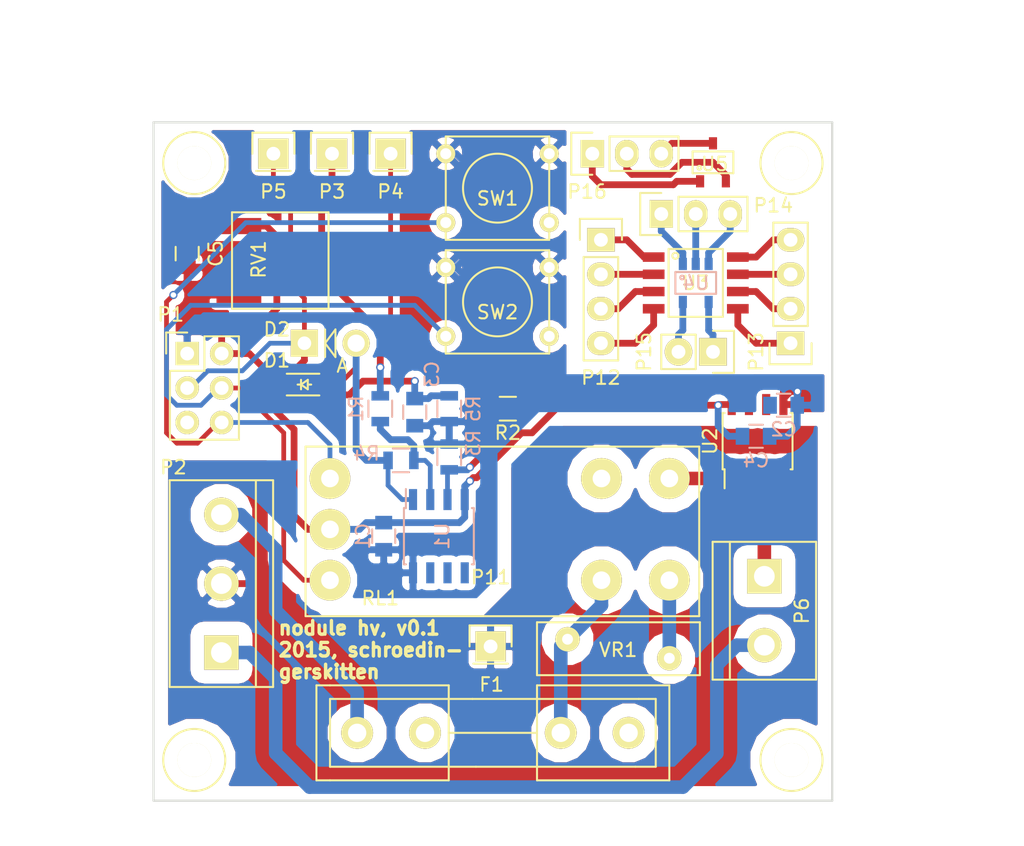
<source format=kicad_pcb>
(kicad_pcb (version 4) (host pcbnew 0.201512191116+6384~39~ubuntu14.04.1-stable)

  (general
    (links 74)
    (no_connects 7)
    (area 143.539667 55.703 219.284334 118.467)
    (thickness 1.6)
    (drawings 5)
    (tracks 269)
    (zones 0)
    (modules 39)
    (nets 34)
  )

  (page A4)
  (layers
    (0 F.Cu signal)
    (31 B.Cu signal)
    (32 B.Adhes user)
    (33 F.Adhes user)
    (34 B.Paste user)
    (35 F.Paste user)
    (36 B.SilkS user)
    (37 F.SilkS user)
    (38 B.Mask user)
    (39 F.Mask user)
    (40 Dwgs.User user)
    (41 Cmts.User user)
    (42 Eco1.User user)
    (43 Eco2.User user)
    (44 Edge.Cuts user)
    (45 Margin user)
    (46 B.CrtYd user)
    (47 F.CrtYd user)
    (48 B.Fab user)
    (49 F.Fab user)
  )

  (setup
    (last_trace_width 0.5)
    (trace_clearance 0.2)
    (zone_clearance 0.5)
    (zone_45_only yes)
    (trace_min 0.2)
    (segment_width 0.2)
    (edge_width 0.15)
    (via_size 0.6)
    (via_drill 0.4)
    (via_min_size 0.4)
    (via_min_drill 0.3)
    (uvia_size 0.3)
    (uvia_drill 0.1)
    (uvias_allowed no)
    (uvia_min_size 0.2)
    (uvia_min_drill 0.1)
    (pcb_text_width 0.3)
    (pcb_text_size 1.5 1.5)
    (mod_edge_width 0.15)
    (mod_text_size 1 1)
    (mod_text_width 0.15)
    (pad_size 2.5 2.5)
    (pad_drill 2.5)
    (pad_to_mask_clearance 0.2)
    (aux_axis_origin 0 0)
    (visible_elements FFFFFFFF)
    (pcbplotparams
      (layerselection 0x010f0_ffffffff)
      (usegerberextensions true)
      (usegerberattributes true)
      (excludeedgelayer true)
      (linewidth 0.100000)
      (plotframeref false)
      (viasonmask false)
      (mode 1)
      (useauxorigin false)
      (hpglpennumber 1)
      (hpglpenspeed 20)
      (hpglpendiameter 15)
      (hpglpenoverlay 2)
      (psnegative false)
      (psa4output false)
      (plotreference true)
      (plotvalue true)
      (plotinvisibletext false)
      (padsonsilk false)
      (subtractmaskfromsilk false)
      (outputformat 1)
      (mirror false)
      (drillshape 0)
      (scaleselection 1)
      (outputdirectory gerbers/))
  )

  (net 0 "")
  (net 1 VOUT)
  (net 2 +5V)
  (net 3 GND)
  (net 4 "Net-(C2-Pad1)")
  (net 5 L)
  (net 6 "Net-(F1-Pad1)")
  (net 7 R)
  (net 8 S)
  (net 9 N)
  (net 10 "Net-(P3-Pad1)")
  (net 11 VSEN)
  (net 12 "Net-(R1-Pad1)")
  (net 13 "Net-(R2-Pad1)")
  (net 14 "Net-(RL1-Pad4)")
  (net 15 "Net-(P6-Pad1)")
  (net 16 "Net-(D1-Pad2)")
  (net 17 Earth)
  (net 18 "Net-(P12-Pad1)")
  (net 19 "Net-(P12-Pad3)")
  (net 20 "Net-(P12-Pad4)")
  (net 21 "Net-(P12-Pad2)")
  (net 22 "Net-(P13-Pad1)")
  (net 23 "Net-(P13-Pad3)")
  (net 24 "Net-(P13-Pad4)")
  (net 25 "Net-(P13-Pad2)")
  (net 26 "Net-(P14-Pad1)")
  (net 27 "Net-(P14-Pad2)")
  (net 28 "Net-(P14-Pad3)")
  (net 29 "Net-(P15-Pad1)")
  (net 30 "Net-(P15-Pad2)")
  (net 31 "Net-(P16-Pad1)")
  (net 32 "Net-(P16-Pad2)")
  (net 33 "Net-(P16-Pad3)")

  (net_class Default "This is the default net class."
    (clearance 0.2)
    (trace_width 0.5)
    (via_dia 0.6)
    (via_drill 0.4)
    (uvia_dia 0.3)
    (uvia_drill 0.1)
    (add_net +5V)
    (add_net Earth)
    (add_net GND)
    (add_net L)
    (add_net N)
    (add_net "Net-(C2-Pad1)")
    (add_net "Net-(D1-Pad2)")
    (add_net "Net-(F1-Pad1)")
    (add_net "Net-(P12-Pad1)")
    (add_net "Net-(P12-Pad2)")
    (add_net "Net-(P12-Pad3)")
    (add_net "Net-(P12-Pad4)")
    (add_net "Net-(P13-Pad1)")
    (add_net "Net-(P13-Pad2)")
    (add_net "Net-(P13-Pad3)")
    (add_net "Net-(P13-Pad4)")
    (add_net "Net-(P14-Pad1)")
    (add_net "Net-(P14-Pad2)")
    (add_net "Net-(P14-Pad3)")
    (add_net "Net-(P15-Pad1)")
    (add_net "Net-(P15-Pad2)")
    (add_net "Net-(P16-Pad1)")
    (add_net "Net-(P16-Pad2)")
    (add_net "Net-(P16-Pad3)")
    (add_net "Net-(P3-Pad1)")
    (add_net "Net-(P6-Pad1)")
    (add_net "Net-(R1-Pad1)")
    (add_net "Net-(R2-Pad1)")
    (add_net "Net-(RL1-Pad4)")
    (add_net R)
    (add_net S)
    (add_net VOUT)
    (add_net VSEN)
  )

  (module Diodes_SMD:SOD-323 (layer F.Cu) (tedit 5676C96B) (tstamp 565CB9B8)
    (at 166.116 84.328)
    (descr SOD-323)
    (tags SOD-323)
    (path /565BF8AB)
    (attr smd)
    (fp_text reference D1 (at -2.032 -1.778) (layer F.SilkS)
      (effects (font (size 1 1) (thickness 0.15)))
    )
    (fp_text value D_Schottky (at 6.35 -21.336) (layer F.Fab)
      (effects (font (size 1 1) (thickness 0.15)))
    )
    (fp_line (start 0.25 0) (end 0.5 0) (layer F.SilkS) (width 0.15))
    (fp_line (start -0.25 0) (end -0.5 0) (layer F.SilkS) (width 0.15))
    (fp_line (start -0.25 0) (end 0.25 -0.35) (layer F.SilkS) (width 0.15))
    (fp_line (start 0.25 -0.35) (end 0.25 0.35) (layer F.SilkS) (width 0.15))
    (fp_line (start 0.25 0.35) (end -0.25 0) (layer F.SilkS) (width 0.15))
    (fp_line (start -0.25 -0.35) (end -0.25 0.35) (layer F.SilkS) (width 0.15))
    (fp_line (start -1.5 -0.95) (end 1.5 -0.95) (layer F.CrtYd) (width 0.05))
    (fp_line (start 1.5 -0.95) (end 1.5 0.95) (layer F.CrtYd) (width 0.05))
    (fp_line (start -1.5 0.95) (end 1.5 0.95) (layer F.CrtYd) (width 0.05))
    (fp_line (start -1.5 -0.95) (end -1.5 0.95) (layer F.CrtYd) (width 0.05))
    (fp_line (start -1.3 0.8) (end 1.1 0.8) (layer F.SilkS) (width 0.15))
    (fp_line (start -1.3 -0.8) (end 1.1 -0.8) (layer F.SilkS) (width 0.15))
    (pad 1 smd rect (at -1.055 0) (size 0.59 0.45) (layers F.Cu F.Paste F.Mask)
      (net 1 VOUT))
    (pad 2 smd rect (at 1.055 0) (size 0.59 0.45) (layers F.Cu F.Paste F.Mask)
      (net 16 "Net-(D1-Pad2)"))
  )

  (module Fuse_Holders_and_Fuses:Fuseholder5x20_horiz_open_inline_Type-I (layer F.Cu) (tedit 5676CA34) (tstamp 565CB9C0)
    (at 180 110 180)
    (descr "Fuseholder, 5x20, open, horizontal, Type-I, Inline,")
    (tags "Fuseholder, 5x20, open, horizontal, Type-I, Inline, Sicherungshalter, offen,")
    (path /565B4685)
    (fp_text reference F1 (at 0.098 3.557 180) (layer F.SilkS)
      (effects (font (size 1 1) (thickness 0.15)))
    )
    (fp_text value F_Small (at -0.086 0.018 180) (layer F.Fab)
      (effects (font (size 1 1) (thickness 0.15)))
    )
    (fp_line (start 3.2512 0) (end -3.2512 0) (layer F.SilkS) (width 0.15))
    (fp_line (start 3.2512 -3.50012) (end 3.2512 3.50012) (layer F.SilkS) (width 0.15))
    (fp_line (start 11.99896 3.50012) (end 3.2512 3.50012) (layer F.SilkS) (width 0.15))
    (fp_line (start 11.99896 -3.50012) (end 3.2512 -3.50012) (layer F.SilkS) (width 0.15))
    (fp_line (start -10.74928 2.49936) (end -11.99896 2.49936) (layer F.SilkS) (width 0.15))
    (fp_line (start -10.50036 -2.49936) (end -11.99896 -2.49936) (layer F.SilkS) (width 0.15))
    (fp_line (start 1.50114 2.49936) (end -10.74928 2.49936) (layer F.SilkS) (width 0.15))
    (fp_line (start 1.24968 -2.49936) (end -10.50036 -2.49936) (layer F.SilkS) (width 0.15))
    (fp_line (start 11.99896 2.49936) (end 1.50114 2.49936) (layer F.SilkS) (width 0.15))
    (fp_line (start 11.99896 -2.49936) (end 1.24968 -2.49936) (layer F.SilkS) (width 0.15))
    (fp_line (start 11.99896 -2.49936) (end 11.99896 2.49936) (layer F.SilkS) (width 0.15))
    (fp_line (start 12.99972 -3.50012) (end 11.99896 -3.50012) (layer F.SilkS) (width 0.15))
    (fp_line (start 12.99972 -3.50012) (end 12.99972 3.50012) (layer F.SilkS) (width 0.15))
    (fp_line (start 12.99972 3.50012) (end 11.99896 3.50012) (layer F.SilkS) (width 0.15))
    (fp_line (start -11.99896 -2.49936) (end -11.99896 2.49936) (layer F.SilkS) (width 0.15))
    (fp_line (start -3.2512 -3.50012) (end -12.99972 -3.50012) (layer F.SilkS) (width 0.15))
    (fp_line (start -12.99972 -3.50012) (end -12.99972 3.50012) (layer F.SilkS) (width 0.15))
    (fp_line (start -3.2512 3.50012) (end -12.99972 3.50012) (layer F.SilkS) (width 0.15))
    (fp_line (start -3.2512 -3.50012) (end -3.2512 3.50012) (layer F.SilkS) (width 0.15))
    (pad 2 thru_hole circle (at 5.00126 0 180) (size 2.3495 2.3495) (drill 1.34874) (layers *.Cu *.Mask F.SilkS)
      (net 5 L))
    (pad 2 thru_hole circle (at 9.99998 0 180) (size 2.3495 2.3495) (drill 1.34874) (layers *.Cu *.Mask F.SilkS)
      (net 5 L))
    (pad 1 thru_hole circle (at -5.00126 0 180) (size 2.3495 2.3495) (drill 1.34874) (layers *.Cu *.Mask F.SilkS)
      (net 6 "Net-(F1-Pad1)"))
    (pad 1 thru_hole circle (at -9.99998 0 180) (size 2.3495 2.3495) (drill 1.34874) (layers *.Cu *.Mask F.SilkS)
      (net 6 "Net-(F1-Pad1)"))
  )

  (module Pin_Headers:Pin_Header_Straight_2x03 (layer F.Cu) (tedit 566B3874) (tstamp 565CB9CA)
    (at 157.48 82.042)
    (descr "Through hole pin header")
    (tags "pin header")
    (path /565B6D93)
    (fp_text reference P1 (at -1.212 -2.877) (layer F.SilkS)
      (effects (font (size 1 1) (thickness 0.15)))
    )
    (fp_text value CONN_02X03 (at -8.832 -12.148) (layer F.Fab)
      (effects (font (size 1 1) (thickness 0.15)))
    )
    (fp_line (start -1.27 1.27) (end -1.27 6.35) (layer F.SilkS) (width 0.15))
    (fp_line (start -1.55 -1.55) (end 0 -1.55) (layer F.SilkS) (width 0.15))
    (fp_line (start -1.75 -1.75) (end -1.75 6.85) (layer F.CrtYd) (width 0.05))
    (fp_line (start 4.3 -1.75) (end 4.3 6.85) (layer F.CrtYd) (width 0.05))
    (fp_line (start -1.75 -1.75) (end 4.3 -1.75) (layer F.CrtYd) (width 0.05))
    (fp_line (start -1.75 6.85) (end 4.3 6.85) (layer F.CrtYd) (width 0.05))
    (fp_line (start 1.27 -1.27) (end 1.27 1.27) (layer F.SilkS) (width 0.15))
    (fp_line (start 1.27 1.27) (end -1.27 1.27) (layer F.SilkS) (width 0.15))
    (fp_line (start -1.27 6.35) (end 3.81 6.35) (layer F.SilkS) (width 0.15))
    (fp_line (start 3.81 6.35) (end 3.81 1.27) (layer F.SilkS) (width 0.15))
    (fp_line (start -1.55 -1.55) (end -1.55 0) (layer F.SilkS) (width 0.15))
    (fp_line (start 3.81 -1.27) (end 1.27 -1.27) (layer F.SilkS) (width 0.15))
    (fp_line (start 3.81 1.27) (end 3.81 -1.27) (layer F.SilkS) (width 0.15))
    (pad 1 thru_hole rect (at 0 0) (size 1.7272 1.7272) (drill 1.016) (layers *.Cu *.Mask F.SilkS)
      (net 3 GND))
    (pad 2 thru_hole oval (at 2.54 0) (size 1.7272 1.7272) (drill 1.016) (layers *.Cu *.Mask F.SilkS)
      (net 2 +5V))
    (pad 3 thru_hole oval (at 0 2.54) (size 1.7272 1.7272) (drill 1.016) (layers *.Cu *.Mask F.SilkS)
      (net 1 VOUT))
    (pad 4 thru_hole oval (at 2.54 2.54) (size 1.7272 1.7272) (drill 1.016) (layers *.Cu *.Mask F.SilkS)
      (net 7 R))
    (pad 5 thru_hole oval (at 0 5.08) (size 1.7272 1.7272) (drill 1.016) (layers *.Cu *.Mask F.SilkS))
    (pad 6 thru_hole oval (at 2.54 5.08) (size 1.7272 1.7272) (drill 1.016) (layers *.Cu *.Mask F.SilkS)
      (net 8 S))
    (model Pin_Headers.3dshapes/Pin_Header_Straight_2x03.wrl
      (at (xyz 0.05 -0.1 0))
      (scale (xyz 1 1 1))
      (rotate (xyz 0 0 90))
    )
  )

  (module Pin_Headers:Pin_Header_Straight_1x01 (layer F.Cu) (tedit 5676C897) (tstamp 565CB9D5)
    (at 168.148 67.31)
    (descr "Through hole pin header")
    (tags "pin header")
    (path /565B4E12)
    (fp_text reference P3 (at 0 2.794) (layer F.SilkS)
      (effects (font (size 1 1) (thickness 0.15)))
    )
    (fp_text value CONN_01X01 (at -1.524 -9.652) (layer F.Fab)
      (effects (font (size 1 1) (thickness 0.15)))
    )
    (fp_line (start 1.55 -1.55) (end 1.55 0) (layer F.SilkS) (width 0.15))
    (fp_line (start -1.75 -1.75) (end -1.75 1.75) (layer F.CrtYd) (width 0.05))
    (fp_line (start 1.75 -1.75) (end 1.75 1.75) (layer F.CrtYd) (width 0.05))
    (fp_line (start -1.75 -1.75) (end 1.75 -1.75) (layer F.CrtYd) (width 0.05))
    (fp_line (start -1.75 1.75) (end 1.75 1.75) (layer F.CrtYd) (width 0.05))
    (fp_line (start -1.55 0) (end -1.55 -1.55) (layer F.SilkS) (width 0.15))
    (fp_line (start -1.55 -1.55) (end 1.55 -1.55) (layer F.SilkS) (width 0.15))
    (fp_line (start -1.27 1.27) (end 1.27 1.27) (layer F.SilkS) (width 0.15))
    (pad 1 thru_hole rect (at 0 0) (size 2.2352 2.2352) (drill 1.016) (layers *.Cu *.Mask F.SilkS)
      (net 10 "Net-(P3-Pad1)"))
    (model Pin_Headers.3dshapes/Pin_Header_Straight_1x01.wrl
      (at (xyz 0 0 0))
      (scale (xyz 1 1 1))
      (rotate (xyz 0 0 90))
    )
  )

  (module Pin_Headers:Pin_Header_Straight_1x01 (layer F.Cu) (tedit 5676C895) (tstamp 565CB9DA)
    (at 172.466 67.31)
    (descr "Through hole pin header")
    (tags "pin header")
    (path /565B4E15)
    (fp_text reference P4 (at 0 2.794) (layer F.SilkS)
      (effects (font (size 1 1) (thickness 0.15)))
    )
    (fp_text value CONN_01X01 (at 7.158 -10.482) (layer F.Fab)
      (effects (font (size 1 1) (thickness 0.15)))
    )
    (fp_line (start 1.55 -1.55) (end 1.55 0) (layer F.SilkS) (width 0.15))
    (fp_line (start -1.75 -1.75) (end -1.75 1.75) (layer F.CrtYd) (width 0.05))
    (fp_line (start 1.75 -1.75) (end 1.75 1.75) (layer F.CrtYd) (width 0.05))
    (fp_line (start -1.75 -1.75) (end 1.75 -1.75) (layer F.CrtYd) (width 0.05))
    (fp_line (start -1.75 1.75) (end 1.75 1.75) (layer F.CrtYd) (width 0.05))
    (fp_line (start -1.55 0) (end -1.55 -1.55) (layer F.SilkS) (width 0.15))
    (fp_line (start -1.55 -1.55) (end 1.55 -1.55) (layer F.SilkS) (width 0.15))
    (fp_line (start -1.27 1.27) (end 1.27 1.27) (layer F.SilkS) (width 0.15))
    (pad 1 thru_hole rect (at 0 0) (size 2.2352 2.2352) (drill 1.016) (layers *.Cu *.Mask F.SilkS)
      (net 11 VSEN))
    (model Pin_Headers.3dshapes/Pin_Header_Straight_1x01.wrl
      (at (xyz 0 0 0))
      (scale (xyz 1 1 1))
      (rotate (xyz 0 0 90))
    )
  )

  (module Pin_Headers:Pin_Header_Straight_1x01 (layer F.Cu) (tedit 5676C899) (tstamp 565CB9DF)
    (at 163.83 67.31)
    (descr "Through hole pin header")
    (tags "pin header")
    (path /565B4E11)
    (fp_text reference P5 (at 0 2.794) (layer F.SilkS)
      (effects (font (size 1 1) (thickness 0.15)))
    )
    (fp_text value CONN_01X01 (at 1.252 -10.228) (layer F.Fab)
      (effects (font (size 1 1) (thickness 0.15)))
    )
    (fp_line (start 1.55 -1.55) (end 1.55 0) (layer F.SilkS) (width 0.15))
    (fp_line (start -1.75 -1.75) (end -1.75 1.75) (layer F.CrtYd) (width 0.05))
    (fp_line (start 1.75 -1.75) (end 1.75 1.75) (layer F.CrtYd) (width 0.05))
    (fp_line (start -1.75 -1.75) (end 1.75 -1.75) (layer F.CrtYd) (width 0.05))
    (fp_line (start -1.75 1.75) (end 1.75 1.75) (layer F.CrtYd) (width 0.05))
    (fp_line (start -1.55 0) (end -1.55 -1.55) (layer F.SilkS) (width 0.15))
    (fp_line (start -1.55 -1.55) (end 1.55 -1.55) (layer F.SilkS) (width 0.15))
    (fp_line (start -1.27 1.27) (end 1.27 1.27) (layer F.SilkS) (width 0.15))
    (pad 1 thru_hole rect (at 0 0) (size 2.2352 2.2352) (drill 1.016) (layers *.Cu *.Mask F.SilkS)
      (net 1 VOUT))
    (model Pin_Headers.3dshapes/Pin_Header_Straight_1x01.wrl
      (at (xyz 0 0 0))
      (scale (xyz 1 1 1))
      (rotate (xyz 0 0 90))
    )
  )

  (module Connect:bornier2 (layer F.Cu) (tedit 566B37E5) (tstamp 565CB9E5)
    (at 200 101 270)
    (descr "Bornier d'alimentation 2 pins")
    (tags DEV)
    (path /565B4688)
    (fp_text reference P6 (at 0.014 -2.762 270) (layer F.SilkS)
      (effects (font (size 1 1) (thickness 0.15)))
    )
    (fp_text value CONN_01X02 (at 0.268 -9.874 270) (layer F.Fab)
      (effects (font (size 1 1) (thickness 0.15)))
    )
    (fp_line (start 5.08 2.54) (end -5.08 2.54) (layer F.SilkS) (width 0.15))
    (fp_line (start 5.08 3.81) (end 5.08 -3.81) (layer F.SilkS) (width 0.15))
    (fp_line (start 5.08 -3.81) (end -5.08 -3.81) (layer F.SilkS) (width 0.15))
    (fp_line (start -5.08 -3.81) (end -5.08 3.81) (layer F.SilkS) (width 0.15))
    (fp_line (start -5.08 3.81) (end 5.08 3.81) (layer F.SilkS) (width 0.15))
    (pad 1 thru_hole rect (at -2.54 0 270) (size 2.54 2.54) (drill 1.524) (layers *.Cu *.Mask F.SilkS)
      (net 15 "Net-(P6-Pad1)"))
    (pad 2 thru_hole circle (at 2.54 0 270) (size 2.54 2.54) (drill 1.524) (layers *.Cu *.Mask F.SilkS)
      (net 9 N))
    (model Connect.3dshapes/bornier2.wrl
      (at (xyz 0 0 0))
      (scale (xyz 1 1 1))
      (rotate (xyz 0 0 0))
    )
  )

  (module chenit:G5RL-K1A-E (layer F.Cu) (tedit 5676C8D3) (tstamp 565CBA12)
    (at 168 95)
    (path /565B4686)
    (fp_text reference RL1 (at 3.704 5.076 180) (layer F.SilkS)
      (effects (font (size 1 1) (thickness 0.15)))
    )
    (fp_text value G5RL-K1A-E (at 7.568 22.27) (layer F.Fab)
      (effects (font (size 1 1) (thickness 0.15)))
    )
    (fp_line (start 27.2 -6.1) (end 27.2 6.4) (layer F.SilkS) (width 0.15))
    (fp_line (start -1.8 6.4) (end 27.2 6.4) (layer F.SilkS) (width 0.15))
    (fp_line (start -1.8 -6.1) (end -1.8 6.4) (layer F.SilkS) (width 0.15))
    (fp_line (start -1.8 -6.1) (end 27.2 -6.1) (layer F.SilkS) (width 0.15))
    (pad 8 thru_hole circle (at 0 -3.75) (size 3 3) (drill 1.3) (layers *.Cu *.Mask F.SilkS)
      (net 8 S))
    (pad 9 thru_hole circle (at 0 0) (size 3 3) (drill 1.3) (layers *.Cu *.Mask F.SilkS)
      (net 2 +5V))
    (pad 1 thru_hole circle (at 0 3.75) (size 3 3) (drill 1.3) (layers *.Cu *.Mask F.SilkS)
      (net 7 R))
    (pad 6 thru_hole circle (at 20 -3.75) (size 3 3) (drill 1.3) (layers *.Cu *.Mask F.SilkS)
      (net 6 "Net-(F1-Pad1)"))
    (pad 3 thru_hole circle (at 20 3.75) (size 3 3) (drill 1.3) (layers *.Cu *.Mask F.SilkS)
      (net 6 "Net-(F1-Pad1)"))
    (pad 5 thru_hole circle (at 25 -3.75) (size 3 3) (drill 1.3) (layers *.Cu *.Mask F.SilkS)
      (net 14 "Net-(RL1-Pad4)"))
    (pad 4 thru_hole circle (at 25 3.75) (size 3 3) (drill 1.3) (layers *.Cu *.Mask F.SilkS)
      (net 14 "Net-(RL1-Pad4)"))
  )

  (module chenit:ART-3361P (layer F.Cu) (tedit 5676CA0D) (tstamp 565CBA1F)
    (at 161.29 75.184 270)
    (path /565C5F11)
    (fp_text reference RV1 (at -0.075 -1.456 270) (layer F.SilkS)
      (effects (font (size 1 1) (thickness 0.15)))
    )
    (fp_text value 50k (at 0 0 270) (layer F.Fab)
      (effects (font (size 1 1) (thickness 0.15)))
    )
    (fp_line (start -3.556 -6.604) (end -3.302 -6.604) (layer F.SilkS) (width 0.15))
    (fp_line (start 3.302 0.508) (end 3.556 0.508) (layer F.SilkS) (width 0.15))
    (fp_line (start -3.302 -6.604) (end 3.556 -6.604) (layer F.SilkS) (width 0.15))
    (fp_line (start -3.556 -6.604) (end -3.556 0.508) (layer F.SilkS) (width 0.15))
    (fp_line (start 3.302 0.508) (end -3.556 0.508) (layer F.SilkS) (width 0.15))
    (fp_line (start 3.556 0.508) (end 3.556 -6.604) (layer F.SilkS) (width 0.15))
    (pad 1 smd rect (at -2.54 0 270) (size 1.19 3.3) (layers F.Cu F.Paste F.Mask)
      (net 2 +5V))
    (pad 2 smd rect (at 0 -6.096 270) (size 1.19 3.3) (layers F.Cu F.Paste F.Mask)
      (net 10 "Net-(P3-Pad1)"))
    (pad 3 smd rect (at 2.54 0 270) (size 1.19 3.3) (layers F.Cu F.Paste F.Mask)
      (net 3 GND))
  )

  (module Housings_SOIC:SOIC-8_3.9x4.9mm_Pitch1.27mm (layer B.Cu) (tedit 5676C93C) (tstamp 565CBA2B)
    (at 176.022 95.504 270)
    (descr "8-Lead Plastic Small Outline (SN) - Narrow, 3.90 mm Body [SOIC] (see Microchip Packaging Specification 00000049BS.pdf)")
    (tags "SOIC 1.27")
    (path /565B4DF7)
    (attr smd)
    (fp_text reference U1 (at 0 -0.254 270) (layer B.SilkS)
      (effects (font (size 1 1) (thickness 0.15)) (justify mirror))
    )
    (fp_text value LM358 (at 0.254 0 360) (layer B.Fab)
      (effects (font (size 1 1) (thickness 0.15)) (justify mirror))
    )
    (fp_line (start -3.75 2.75) (end -3.75 -2.75) (layer B.CrtYd) (width 0.05))
    (fp_line (start 3.75 2.75) (end 3.75 -2.75) (layer B.CrtYd) (width 0.05))
    (fp_line (start -3.75 2.75) (end 3.75 2.75) (layer B.CrtYd) (width 0.05))
    (fp_line (start -3.75 -2.75) (end 3.75 -2.75) (layer B.CrtYd) (width 0.05))
    (fp_line (start -2.075 2.575) (end -2.075 2.43) (layer B.SilkS) (width 0.15))
    (fp_line (start 2.075 2.575) (end 2.075 2.43) (layer B.SilkS) (width 0.15))
    (fp_line (start 2.075 -2.575) (end 2.075 -2.43) (layer B.SilkS) (width 0.15))
    (fp_line (start -2.075 -2.575) (end -2.075 -2.43) (layer B.SilkS) (width 0.15))
    (fp_line (start -2.075 2.575) (end 2.075 2.575) (layer B.SilkS) (width 0.15))
    (fp_line (start -2.075 -2.575) (end 2.075 -2.575) (layer B.SilkS) (width 0.15))
    (fp_line (start -2.075 2.43) (end -3.475 2.43) (layer B.SilkS) (width 0.15))
    (pad 1 smd rect (at -2.7 1.905 270) (size 1.55 0.6) (layers B.Cu B.Paste B.Mask)
      (net 16 "Net-(D1-Pad2)"))
    (pad 2 smd rect (at -2.7 0.635 270) (size 1.55 0.6) (layers B.Cu B.Paste B.Mask)
      (net 12 "Net-(R1-Pad1)"))
    (pad 3 smd rect (at -2.7 -0.635 270) (size 1.55 0.6) (layers B.Cu B.Paste B.Mask)
      (net 13 "Net-(R2-Pad1)"))
    (pad 4 smd rect (at -2.7 -1.905 270) (size 1.55 0.6) (layers B.Cu B.Paste B.Mask)
      (net 2 +5V))
    (pad 5 smd rect (at 2.7 -1.905 270) (size 1.55 0.6) (layers B.Cu B.Paste B.Mask))
    (pad 6 smd rect (at 2.7 -0.635 270) (size 1.55 0.6) (layers B.Cu B.Paste B.Mask))
    (pad 7 smd rect (at 2.7 0.635 270) (size 1.55 0.6) (layers B.Cu B.Paste B.Mask))
    (pad 8 smd rect (at 2.7 1.905 270) (size 1.55 0.6) (layers B.Cu B.Paste B.Mask)
      (net 3 GND))
    (model Housings_SOIC.3dshapes/SOIC-8_3.9x4.9mm_Pitch1.27mm.wrl
      (at (xyz 0 0 0))
      (scale (xyz 1 1 1))
      (rotate (xyz 0 0 0))
    )
  )

  (module Housings_SOIC:SOIC-8_3.9x4.9mm_Pitch1.27mm (layer F.Cu) (tedit 5676CA02) (tstamp 565CBA37)
    (at 199.5 88.5 90)
    (descr "8-Lead Plastic Small Outline (SN) - Narrow, 3.90 mm Body [SOIC] (see Microchip Packaging Specification 00000049BS.pdf)")
    (tags "SOIC 1.27")
    (path /565B4695)
    (attr smd)
    (fp_text reference U2 (at 0 -3.5 90) (layer F.SilkS)
      (effects (font (size 1 1) (thickness 0.15)))
    )
    (fp_text value ACS712M (at -0.146 0.144 180) (layer F.Fab)
      (effects (font (size 1 1) (thickness 0.15)))
    )
    (fp_line (start -3.75 -2.75) (end -3.75 2.75) (layer F.CrtYd) (width 0.05))
    (fp_line (start 3.75 -2.75) (end 3.75 2.75) (layer F.CrtYd) (width 0.05))
    (fp_line (start -3.75 -2.75) (end 3.75 -2.75) (layer F.CrtYd) (width 0.05))
    (fp_line (start -3.75 2.75) (end 3.75 2.75) (layer F.CrtYd) (width 0.05))
    (fp_line (start -2.075 -2.575) (end -2.075 -2.43) (layer F.SilkS) (width 0.15))
    (fp_line (start 2.075 -2.575) (end 2.075 -2.43) (layer F.SilkS) (width 0.15))
    (fp_line (start 2.075 2.575) (end 2.075 2.43) (layer F.SilkS) (width 0.15))
    (fp_line (start -2.075 2.575) (end -2.075 2.43) (layer F.SilkS) (width 0.15))
    (fp_line (start -2.075 -2.575) (end 2.075 -2.575) (layer F.SilkS) (width 0.15))
    (fp_line (start -2.075 2.575) (end 2.075 2.575) (layer F.SilkS) (width 0.15))
    (fp_line (start -2.075 -2.43) (end -3.475 -2.43) (layer F.SilkS) (width 0.15))
    (pad 1 smd rect (at -2.7 -1.905 90) (size 1.55 0.6) (layers F.Cu F.Paste F.Mask)
      (net 14 "Net-(RL1-Pad4)"))
    (pad 2 smd rect (at -2.7 -0.635 90) (size 1.55 0.6) (layers F.Cu F.Paste F.Mask)
      (net 14 "Net-(RL1-Pad4)"))
    (pad 3 smd rect (at -2.7 0.635 90) (size 1.55 0.6) (layers F.Cu F.Paste F.Mask)
      (net 15 "Net-(P6-Pad1)"))
    (pad 4 smd rect (at -2.7 1.905 90) (size 1.55 0.6) (layers F.Cu F.Paste F.Mask)
      (net 15 "Net-(P6-Pad1)"))
    (pad 5 smd rect (at 2.7 1.905 90) (size 1.55 0.6) (layers F.Cu F.Paste F.Mask)
      (net 3 GND))
    (pad 6 smd rect (at 2.7 0.635 90) (size 1.55 0.6) (layers F.Cu F.Paste F.Mask)
      (net 4 "Net-(C2-Pad1)"))
    (pad 7 smd rect (at 2.7 -0.635 90) (size 1.55 0.6) (layers F.Cu F.Paste F.Mask)
      (net 11 VSEN))
    (pad 8 smd rect (at 2.7 -1.905 90) (size 1.55 0.6) (layers F.Cu F.Paste F.Mask)
      (net 2 +5V))
    (model Housings_SOIC.3dshapes/SOIC-8_3.9x4.9mm_Pitch1.27mm.wrl
      (at (xyz 0 0 0))
      (scale (xyz 1 1 1))
      (rotate (xyz 0 0 0))
    )
  )

  (module Connect:1pin (layer F.Cu) (tedit 567716D4) (tstamp 56646490)
    (at 158 112)
    (descr "module 1 pin (ou trou mecanique de percage)")
    (tags DEV)
    (path /566463B8)
    (fp_text reference P7 (at -7 4) (layer F.SilkS) hide
      (effects (font (size 1 1) (thickness 0.15)))
    )
    (fp_text value CONN_01X01 (at -0.18 5.492) (layer F.Fab)
      (effects (font (size 1 1) (thickness 0.15)))
    )
    (fp_circle (center 0 0) (end 0 -2.286) (layer F.SilkS) (width 0.15))
    (pad "" np_thru_hole circle (at 0 0) (size 2.5 2.5) (drill 2.5) (layers *.Cu *.Mask F.SilkS))
  )

  (module Connect:1pin (layer F.Cu) (tedit 567716B4) (tstamp 56646495)
    (at 158 68)
    (descr "module 1 pin (ou trou mecanique de percage)")
    (tags DEV)
    (path /566464FC)
    (fp_text reference P8 (at 6 -5) (layer F.SilkS) hide
      (effects (font (size 1 1) (thickness 0.15)))
    )
    (fp_text value CONN_01X01 (at -1 -5) (layer F.Fab) hide
      (effects (font (size 1 1) (thickness 0.15)))
    )
    (fp_circle (center 0 0) (end 0 -2.286) (layer F.SilkS) (width 0.15))
    (pad "" np_thru_hole circle (at 0 0) (size 2.5 2.5) (drill 2.5) (layers *.Cu *.Mask F.SilkS))
  )

  (module Connect:1pin (layer F.Cu) (tedit 567716C7) (tstamp 5664649A)
    (at 202 68)
    (descr "module 1 pin (ou trou mecanique de percage)")
    (tags DEV)
    (path /5664655E)
    (fp_text reference P9 (at 0 -5) (layer F.SilkS) hide
      (effects (font (size 1 1) (thickness 0.15)))
    )
    (fp_text value CONN_01X01 (at 12.176 0.202) (layer F.Fab)
      (effects (font (size 1 1) (thickness 0.15)))
    )
    (fp_circle (center 0 0) (end 0 -2.286) (layer F.SilkS) (width 0.15))
    (pad "" np_thru_hole circle (at 0 0) (size 2.5 2.5) (drill 2.5) (layers *.Cu *.Mask F.SilkS))
  )

  (module Connect:1pin (layer F.Cu) (tedit 567716DF) (tstamp 5664649F)
    (at 202 112)
    (descr "module 1 pin (ou trou mecanique de percage)")
    (tags DEV)
    (path /566465C3)
    (fp_text reference P10 (at 7 3) (layer F.SilkS) hide
      (effects (font (size 1 1) (thickness 0.15)))
    )
    (fp_text value CONN_01X01 (at -0.27 5.238) (layer F.Fab)
      (effects (font (size 1 1) (thickness 0.15)))
    )
    (fp_circle (center 0 0) (end 0 -2.286) (layer F.SilkS) (width 0.15))
    (pad "" np_thru_hole circle (at 0 0) (size 2.5 2.5) (drill 2.5) (layers *.Cu *.Mask F.SilkS))
  )

  (module Capacitors_SMD:C_0805 (layer B.Cu) (tedit 5676C945) (tstamp 5676B5F0)
    (at 171.958 95.504 270)
    (descr "Capacitor SMD 0805, reflow soldering, AVX (see smccp.pdf)")
    (tags "capacitor 0805")
    (path /565B4E2A)
    (attr smd)
    (fp_text reference C1 (at 0 1.524 270) (layer B.SilkS)
      (effects (font (size 1 1) (thickness 0.15)) (justify mirror))
    )
    (fp_text value 0.1uF (at 0 0 270) (layer B.Fab)
      (effects (font (size 1 1) (thickness 0.15)) (justify mirror))
    )
    (fp_line (start -1.8 1) (end 1.8 1) (layer B.CrtYd) (width 0.05))
    (fp_line (start -1.8 -1) (end 1.8 -1) (layer B.CrtYd) (width 0.05))
    (fp_line (start -1.8 1) (end -1.8 -1) (layer B.CrtYd) (width 0.05))
    (fp_line (start 1.8 1) (end 1.8 -1) (layer B.CrtYd) (width 0.05))
    (fp_line (start 0.5 0.85) (end -0.5 0.85) (layer B.SilkS) (width 0.15))
    (fp_line (start -0.5 -0.85) (end 0.5 -0.85) (layer B.SilkS) (width 0.15))
    (pad 1 smd rect (at -1 0 270) (size 1 1.25) (layers B.Cu B.Paste B.Mask)
      (net 2 +5V))
    (pad 2 smd rect (at 1 0 270) (size 1 1.25) (layers B.Cu B.Paste B.Mask)
      (net 3 GND))
    (model Capacitors_SMD.3dshapes/C_0805.wrl
      (at (xyz 0 0 0))
      (scale (xyz 1 1 1))
      (rotate (xyz 0 0 0))
    )
  )

  (module Capacitors_SMD:C_0805 (layer B.Cu) (tedit 5676C9D2) (tstamp 5676B5F5)
    (at 201.422 85.852)
    (descr "Capacitor SMD 0805, reflow soldering, AVX (see smccp.pdf)")
    (tags "capacitor 0805")
    (path /565B468F)
    (attr smd)
    (fp_text reference C2 (at 0 1.778) (layer B.SilkS)
      (effects (font (size 1 1) (thickness 0.15)) (justify mirror))
    )
    (fp_text value 10n (at 0 0) (layer B.Fab)
      (effects (font (size 1 1) (thickness 0.15)) (justify mirror))
    )
    (fp_line (start -1.8 1) (end 1.8 1) (layer B.CrtYd) (width 0.05))
    (fp_line (start -1.8 -1) (end 1.8 -1) (layer B.CrtYd) (width 0.05))
    (fp_line (start -1.8 1) (end -1.8 -1) (layer B.CrtYd) (width 0.05))
    (fp_line (start 1.8 1) (end 1.8 -1) (layer B.CrtYd) (width 0.05))
    (fp_line (start 0.5 0.85) (end -0.5 0.85) (layer B.SilkS) (width 0.15))
    (fp_line (start -0.5 -0.85) (end 0.5 -0.85) (layer B.SilkS) (width 0.15))
    (pad 1 smd rect (at -1 0) (size 1 1.25) (layers B.Cu B.Paste B.Mask)
      (net 4 "Net-(C2-Pad1)"))
    (pad 2 smd rect (at 1 0) (size 1 1.25) (layers B.Cu B.Paste B.Mask)
      (net 3 GND))
    (model Capacitors_SMD.3dshapes/C_0805.wrl
      (at (xyz 0 0 0))
      (scale (xyz 1 1 1))
      (rotate (xyz 0 0 0))
    )
  )

  (module Capacitors_SMD:C_0805 (layer B.Cu) (tedit 5676C9B6) (tstamp 5676B5FA)
    (at 174.244 86.36 270)
    (descr "Capacitor SMD 0805, reflow soldering, AVX (see smccp.pdf)")
    (tags "capacitor 0805")
    (path /565B4E0B)
    (attr smd)
    (fp_text reference C3 (at -2.794 -1.27 270) (layer B.SilkS)
      (effects (font (size 1 1) (thickness 0.15)) (justify mirror))
    )
    (fp_text value 47n (at 0 0 270) (layer B.Fab)
      (effects (font (size 1 1) (thickness 0.15)) (justify mirror))
    )
    (fp_line (start -1.8 1) (end 1.8 1) (layer B.CrtYd) (width 0.05))
    (fp_line (start -1.8 -1) (end 1.8 -1) (layer B.CrtYd) (width 0.05))
    (fp_line (start -1.8 1) (end -1.8 -1) (layer B.CrtYd) (width 0.05))
    (fp_line (start 1.8 1) (end 1.8 -1) (layer B.CrtYd) (width 0.05))
    (fp_line (start 0.5 0.85) (end -0.5 0.85) (layer B.SilkS) (width 0.15))
    (fp_line (start -0.5 -0.85) (end 0.5 -0.85) (layer B.SilkS) (width 0.15))
    (pad 1 smd rect (at -1 0 270) (size 1 1.25) (layers B.Cu B.Paste B.Mask)
      (net 1 VOUT))
    (pad 2 smd rect (at 1 0 270) (size 1 1.25) (layers B.Cu B.Paste B.Mask)
      (net 3 GND))
    (model Capacitors_SMD.3dshapes/C_0805.wrl
      (at (xyz 0 0 0))
      (scale (xyz 1 1 1))
      (rotate (xyz 0 0 0))
    )
  )

  (module Capacitors_SMD:C_0805 (layer B.Cu) (tedit 5676C9D6) (tstamp 5676B5FF)
    (at 199.39 88.138)
    (descr "Capacitor SMD 0805, reflow soldering, AVX (see smccp.pdf)")
    (tags "capacitor 0805")
    (path /565B4690)
    (attr smd)
    (fp_text reference C4 (at 0 1.778) (layer B.SilkS)
      (effects (font (size 1 1) (thickness 0.15)) (justify mirror))
    )
    (fp_text value 0.1uF (at 0 0) (layer B.Fab)
      (effects (font (size 1 1) (thickness 0.15)) (justify mirror))
    )
    (fp_line (start -1.8 1) (end 1.8 1) (layer B.CrtYd) (width 0.05))
    (fp_line (start -1.8 -1) (end 1.8 -1) (layer B.CrtYd) (width 0.05))
    (fp_line (start -1.8 1) (end -1.8 -1) (layer B.CrtYd) (width 0.05))
    (fp_line (start 1.8 1) (end 1.8 -1) (layer B.CrtYd) (width 0.05))
    (fp_line (start 0.5 0.85) (end -0.5 0.85) (layer B.SilkS) (width 0.15))
    (fp_line (start -0.5 -0.85) (end 0.5 -0.85) (layer B.SilkS) (width 0.15))
    (pad 1 smd rect (at -1 0) (size 1 1.25) (layers B.Cu B.Paste B.Mask)
      (net 2 +5V))
    (pad 2 smd rect (at 1 0) (size 1 1.25) (layers B.Cu B.Paste B.Mask)
      (net 3 GND))
    (model Capacitors_SMD.3dshapes/C_0805.wrl
      (at (xyz 0 0 0))
      (scale (xyz 1 1 1))
      (rotate (xyz 0 0 0))
    )
  )

  (module Diodes_ThroughHole:Diode_DO-41_SOD81_Vertical_AnodeUp (layer F.Cu) (tedit 5676CA21) (tstamp 5676B609)
    (at 166.116 81.28)
    (descr "Diode, DO-41, SOD81, Vertical, Anode Up,")
    (tags "Diode, DO-41, SOD81, Vertical, Anode Up, 1N4007, SB140,")
    (path /565B4E07)
    (fp_text reference D2 (at -2.032 -1.016) (layer F.SilkS)
      (effects (font (size 1 1) (thickness 0.15)))
    )
    (fp_text value 1N148 (at 2.032 0) (layer F.Fab)
      (effects (font (size 1 1) (thickness 0.15)))
    )
    (fp_text user A (at 2.794 1.651) (layer F.SilkS)
      (effects (font (size 1 1) (thickness 0.15)))
    )
    (fp_line (start 1.524 0) (end 2.286 1.016) (layer F.SilkS) (width 0.15))
    (fp_line (start 1.524 0) (end 2.286 -1.016) (layer F.SilkS) (width 0.15))
    (fp_line (start 1.524 -1.016) (end 1.524 1.016) (layer F.SilkS) (width 0.15))
    (fp_line (start 2.286 -1.016) (end 2.286 1.016) (layer F.SilkS) (width 0.15))
    (pad 2 thru_hole circle (at 3.81 0) (size 1.99898 1.99898) (drill 1.27) (layers *.Cu *.Mask F.SilkS)
      (net 16 "Net-(D1-Pad2)"))
    (pad 1 thru_hole rect (at 0 0) (size 1.99898 1.99898) (drill 1.00076) (layers *.Cu *.Mask F.SilkS)
      (net 1 VOUT))
  )

  (module Connect:bornier3 (layer F.Cu) (tedit 5676C8B9) (tstamp 5676B60A)
    (at 160 99 90)
    (descr "Bornier d'alimentation 3 pins")
    (tags DEV)
    (path /5676B523)
    (fp_text reference P2 (at 8.576 -3.536 180) (layer F.SilkS)
      (effects (font (size 1 1) (thickness 0.15)))
    )
    (fp_text value CONN_01X03 (at 0 5.08 90) (layer F.Fab)
      (effects (font (size 1 1) (thickness 0.15)))
    )
    (fp_line (start -7.62 3.81) (end -7.62 -3.81) (layer F.SilkS) (width 0.15))
    (fp_line (start 7.62 3.81) (end 7.62 -3.81) (layer F.SilkS) (width 0.15))
    (fp_line (start -7.62 2.54) (end 7.62 2.54) (layer F.SilkS) (width 0.15))
    (fp_line (start -7.62 -3.81) (end 7.62 -3.81) (layer F.SilkS) (width 0.15))
    (fp_line (start -7.62 3.81) (end 7.62 3.81) (layer F.SilkS) (width 0.15))
    (pad 1 thru_hole rect (at -5.08 0 90) (size 2.54 2.54) (drill 1.524) (layers *.Cu *.Mask F.SilkS)
      (net 9 N))
    (pad 2 thru_hole circle (at 0 0 90) (size 2.54 2.54) (drill 1.524) (layers *.Cu *.Mask F.SilkS)
      (net 17 Earth))
    (pad 3 thru_hole circle (at 5.08 0 90) (size 2.54 2.54) (drill 1.524) (layers *.Cu *.Mask F.SilkS)
      (net 5 L))
    (model Connect.3dshapes/bornier3.wrl
      (at (xyz 0 0 0))
      (scale (xyz 1 1 1))
      (rotate (xyz 0 0 0))
    )
  )

  (module Resistors_SMD:R_0805 (layer B.Cu) (tedit 5676C9AB) (tstamp 5676B610)
    (at 171.704 86.106 90)
    (descr "Resistor SMD 0805, reflow soldering, Vishay (see dcrcw.pdf)")
    (tags "resistor 0805")
    (path /565B4DFB)
    (attr smd)
    (fp_text reference R1 (at 0 -1.778 90) (layer B.SilkS)
      (effects (font (size 1 1) (thickness 0.15)) (justify mirror))
    )
    (fp_text value 10k (at 0 0 90) (layer B.Fab)
      (effects (font (size 1 1) (thickness 0.15)) (justify mirror))
    )
    (fp_line (start -1.6 1) (end 1.6 1) (layer B.CrtYd) (width 0.05))
    (fp_line (start -1.6 -1) (end 1.6 -1) (layer B.CrtYd) (width 0.05))
    (fp_line (start -1.6 1) (end -1.6 -1) (layer B.CrtYd) (width 0.05))
    (fp_line (start 1.6 1) (end 1.6 -1) (layer B.CrtYd) (width 0.05))
    (fp_line (start 0.6 -0.875) (end -0.6 -0.875) (layer B.SilkS) (width 0.15))
    (fp_line (start -0.6 0.875) (end 0.6 0.875) (layer B.SilkS) (width 0.15))
    (pad 1 smd rect (at -0.95 0 90) (size 0.7 1.3) (layers B.Cu B.Paste B.Mask)
      (net 12 "Net-(R1-Pad1)"))
    (pad 2 smd rect (at 0.95 0 90) (size 0.7 1.3) (layers B.Cu B.Paste B.Mask)
      (net 10 "Net-(P3-Pad1)"))
    (model Resistors_SMD.3dshapes/R_0805.wrl
      (at (xyz 0 0 0))
      (scale (xyz 1 1 1))
      (rotate (xyz 0 0 0))
    )
  )

  (module Resistors_SMD:R_0805 (layer F.Cu) (tedit 5676C9F5) (tstamp 5676B615)
    (at 181.102 86.106)
    (descr "Resistor SMD 0805, reflow soldering, Vishay (see dcrcw.pdf)")
    (tags "resistor 0805")
    (path /565B4DF9)
    (attr smd)
    (fp_text reference R2 (at 0 1.778) (layer F.SilkS)
      (effects (font (size 1 1) (thickness 0.15)))
    )
    (fp_text value 10k (at 0 0) (layer F.Fab)
      (effects (font (size 1 1) (thickness 0.15)))
    )
    (fp_line (start -1.6 -1) (end 1.6 -1) (layer F.CrtYd) (width 0.05))
    (fp_line (start -1.6 1) (end 1.6 1) (layer F.CrtYd) (width 0.05))
    (fp_line (start -1.6 -1) (end -1.6 1) (layer F.CrtYd) (width 0.05))
    (fp_line (start 1.6 -1) (end 1.6 1) (layer F.CrtYd) (width 0.05))
    (fp_line (start 0.6 0.875) (end -0.6 0.875) (layer F.SilkS) (width 0.15))
    (fp_line (start -0.6 -0.875) (end 0.6 -0.875) (layer F.SilkS) (width 0.15))
    (pad 1 smd rect (at -0.95 0) (size 0.7 1.3) (layers F.Cu F.Paste F.Mask)
      (net 13 "Net-(R2-Pad1)"))
    (pad 2 smd rect (at 0.95 0) (size 0.7 1.3) (layers F.Cu F.Paste F.Mask)
      (net 11 VSEN))
    (model Resistors_SMD.3dshapes/R_0805.wrl
      (at (xyz 0 0 0))
      (scale (xyz 1 1 1))
      (rotate (xyz 0 0 0))
    )
  )

  (module Resistors_SMD:R_0805 (layer B.Cu) (tedit 5676C9BC) (tstamp 5676B61A)
    (at 176.784 89.662 270)
    (descr "Resistor SMD 0805, reflow soldering, Vishay (see dcrcw.pdf)")
    (tags "resistor 0805")
    (path /565B4DFA)
    (attr smd)
    (fp_text reference R3 (at -1.016 -1.778 270) (layer B.SilkS)
      (effects (font (size 1 1) (thickness 0.15)) (justify mirror))
    )
    (fp_text value 10k (at 0 0 270) (layer B.Fab)
      (effects (font (size 1 1) (thickness 0.15)) (justify mirror))
    )
    (fp_line (start -1.6 1) (end 1.6 1) (layer B.CrtYd) (width 0.05))
    (fp_line (start -1.6 -1) (end 1.6 -1) (layer B.CrtYd) (width 0.05))
    (fp_line (start -1.6 1) (end -1.6 -1) (layer B.CrtYd) (width 0.05))
    (fp_line (start 1.6 1) (end 1.6 -1) (layer B.CrtYd) (width 0.05))
    (fp_line (start 0.6 -0.875) (end -0.6 -0.875) (layer B.SilkS) (width 0.15))
    (fp_line (start -0.6 0.875) (end 0.6 0.875) (layer B.SilkS) (width 0.15))
    (pad 1 smd rect (at -0.95 0 270) (size 0.7 1.3) (layers B.Cu B.Paste B.Mask)
      (net 3 GND))
    (pad 2 smd rect (at 0.95 0 270) (size 0.7 1.3) (layers B.Cu B.Paste B.Mask)
      (net 13 "Net-(R2-Pad1)"))
    (model Resistors_SMD.3dshapes/R_0805.wrl
      (at (xyz 0 0 0))
      (scale (xyz 1 1 1))
      (rotate (xyz 0 0 0))
    )
  )

  (module Resistors_SMD:R_0805 (layer B.Cu) (tedit 5676C9C1) (tstamp 5676B61F)
    (at 173.228 89.916 180)
    (descr "Resistor SMD 0805, reflow soldering, Vishay (see dcrcw.pdf)")
    (tags "resistor 0805")
    (path /565B4DFC)
    (attr smd)
    (fp_text reference R4 (at 2.54 0.508 180) (layer B.SilkS)
      (effects (font (size 1 1) (thickness 0.15)) (justify mirror))
    )
    (fp_text value 47k (at 0 0 180) (layer B.Fab)
      (effects (font (size 1 1) (thickness 0.15)) (justify mirror))
    )
    (fp_line (start -1.6 1) (end 1.6 1) (layer B.CrtYd) (width 0.05))
    (fp_line (start -1.6 -1) (end 1.6 -1) (layer B.CrtYd) (width 0.05))
    (fp_line (start -1.6 1) (end -1.6 -1) (layer B.CrtYd) (width 0.05))
    (fp_line (start 1.6 1) (end 1.6 -1) (layer B.CrtYd) (width 0.05))
    (fp_line (start 0.6 -0.875) (end -0.6 -0.875) (layer B.SilkS) (width 0.15))
    (fp_line (start -0.6 0.875) (end 0.6 0.875) (layer B.SilkS) (width 0.15))
    (pad 1 smd rect (at -0.95 0 180) (size 0.7 1.3) (layers B.Cu B.Paste B.Mask)
      (net 12 "Net-(R1-Pad1)"))
    (pad 2 smd rect (at 0.95 0 180) (size 0.7 1.3) (layers B.Cu B.Paste B.Mask)
      (net 16 "Net-(D1-Pad2)"))
    (model Resistors_SMD.3dshapes/R_0805.wrl
      (at (xyz 0 0 0))
      (scale (xyz 1 1 1))
      (rotate (xyz 0 0 0))
    )
  )

  (module Resistors_SMD:R_0805 (layer B.Cu) (tedit 5676C9B2) (tstamp 5676B624)
    (at 176.784 86.106 90)
    (descr "Resistor SMD 0805, reflow soldering, Vishay (see dcrcw.pdf)")
    (tags "resistor 0805")
    (path /565B4E0A)
    (attr smd)
    (fp_text reference R5 (at 0 1.778 90) (layer B.SilkS)
      (effects (font (size 1 1) (thickness 0.15)) (justify mirror))
    )
    (fp_text value 4.7k (at 0 0 90) (layer B.Fab)
      (effects (font (size 1 1) (thickness 0.15)) (justify mirror))
    )
    (fp_line (start -1.6 1) (end 1.6 1) (layer B.CrtYd) (width 0.05))
    (fp_line (start -1.6 -1) (end 1.6 -1) (layer B.CrtYd) (width 0.05))
    (fp_line (start -1.6 1) (end -1.6 -1) (layer B.CrtYd) (width 0.05))
    (fp_line (start 1.6 1) (end 1.6 -1) (layer B.CrtYd) (width 0.05))
    (fp_line (start 0.6 -0.875) (end -0.6 -0.875) (layer B.SilkS) (width 0.15))
    (fp_line (start -0.6 0.875) (end 0.6 0.875) (layer B.SilkS) (width 0.15))
    (pad 1 smd rect (at -0.95 0 90) (size 0.7 1.3) (layers B.Cu B.Paste B.Mask)
      (net 3 GND))
    (pad 2 smd rect (at 0.95 0 90) (size 0.7 1.3) (layers B.Cu B.Paste B.Mask)
      (net 1 VOUT))
    (model Resistors_SMD.3dshapes/R_0805.wrl
      (at (xyz 0 0 0))
      (scale (xyz 1 1 1))
      (rotate (xyz 0 0 0))
    )
  )

  (module Varistors:RV_Disc_D12_W3.9_P7.5 (layer F.Cu) (tedit 5676CA2D) (tstamp 5676B62E)
    (at 193 104.5 180)
    (tags "varistor SIOV")
    (path /5676AF6B)
    (fp_text reference VR1 (at 3.77 0.614 180) (layer F.SilkS)
      (effects (font (size 1 1) (thickness 0.15)))
    )
    (fp_text value VR (at 3.77 0.614 180) (layer F.Fab)
      (effects (font (size 1 1) (thickness 0.15)))
    )
    (fp_line (start -2.5 2.9) (end 10 2.9) (layer F.CrtYd) (width 0.05))
    (fp_line (start -2.5 -1.5) (end 10 -1.5) (layer F.CrtYd) (width 0.05))
    (fp_line (start 10 -1.5) (end 10 2.9) (layer F.CrtYd) (width 0.05))
    (fp_line (start -2.5 -1.5) (end -2.5 2.9) (layer F.CrtYd) (width 0.05))
    (fp_line (start -2.25 2.65) (end 9.75 2.65) (layer F.SilkS) (width 0.15))
    (fp_line (start -2.25 -1.25) (end 9.75 -1.25) (layer F.SilkS) (width 0.15))
    (fp_line (start 9.75 -1.25) (end 9.75 2.65) (layer F.SilkS) (width 0.15))
    (fp_line (start -2.25 -1.25) (end -2.25 2.65) (layer F.SilkS) (width 0.15))
    (pad 1 thru_hole circle (at 0 0 180) (size 1.8 1.8) (drill 0.8) (layers *.Cu *.Mask F.SilkS)
      (net 14 "Net-(RL1-Pad4)"))
    (pad 2 thru_hole circle (at 7.5 1.4 180) (size 1.8 1.8) (drill 0.8) (layers *.Cu *.Mask F.SilkS)
      (net 6 "Net-(F1-Pad1)"))
  )

  (module Capacitors_SMD:C_0805 (layer F.Cu) (tedit 5676CA17) (tstamp 5676C1E7)
    (at 157.48 74.676 270)
    (descr "Capacitor SMD 0805, reflow soldering, AVX (see smccp.pdf)")
    (tags "capacitor 0805")
    (path /5676C82C)
    (attr smd)
    (fp_text reference C5 (at 0 -2.1 270) (layer F.SilkS)
      (effects (font (size 1 1) (thickness 0.15)))
    )
    (fp_text value C (at 0 0 270) (layer F.Fab)
      (effects (font (size 1 1) (thickness 0.15)))
    )
    (fp_line (start -1.8 -1) (end 1.8 -1) (layer F.CrtYd) (width 0.05))
    (fp_line (start -1.8 1) (end 1.8 1) (layer F.CrtYd) (width 0.05))
    (fp_line (start -1.8 -1) (end -1.8 1) (layer F.CrtYd) (width 0.05))
    (fp_line (start 1.8 -1) (end 1.8 1) (layer F.CrtYd) (width 0.05))
    (fp_line (start 0.5 -0.85) (end -0.5 -0.85) (layer F.SilkS) (width 0.15))
    (fp_line (start -0.5 0.85) (end 0.5 0.85) (layer F.SilkS) (width 0.15))
    (pad 1 smd rect (at -1 0 270) (size 1 1.25) (layers F.Cu F.Paste F.Mask)
      (net 2 +5V))
    (pad 2 smd rect (at 1 0 270) (size 1 1.25) (layers F.Cu F.Paste F.Mask)
      (net 3 GND))
    (model Capacitors_SMD.3dshapes/C_0805.wrl
      (at (xyz 0 0 0))
      (scale (xyz 1 1 1))
      (rotate (xyz 0 0 0))
    )
  )

  (module Pin_Headers:Pin_Header_Straight_1x01 (layer F.Cu) (tedit 54EA08DC) (tstamp 5676CCDB)
    (at 179.832 103.632)
    (descr "Through hole pin header")
    (tags "pin header")
    (path /5676D1C6)
    (fp_text reference P11 (at 0 -5.1) (layer F.SilkS)
      (effects (font (size 1 1) (thickness 0.15)))
    )
    (fp_text value CONN_01X01 (at 0 -3.1) (layer F.Fab)
      (effects (font (size 1 1) (thickness 0.15)))
    )
    (fp_line (start 1.55 -1.55) (end 1.55 0) (layer F.SilkS) (width 0.15))
    (fp_line (start -1.75 -1.75) (end -1.75 1.75) (layer F.CrtYd) (width 0.05))
    (fp_line (start 1.75 -1.75) (end 1.75 1.75) (layer F.CrtYd) (width 0.05))
    (fp_line (start -1.75 -1.75) (end 1.75 -1.75) (layer F.CrtYd) (width 0.05))
    (fp_line (start -1.75 1.75) (end 1.75 1.75) (layer F.CrtYd) (width 0.05))
    (fp_line (start -1.55 0) (end -1.55 -1.55) (layer F.SilkS) (width 0.15))
    (fp_line (start -1.55 -1.55) (end 1.55 -1.55) (layer F.SilkS) (width 0.15))
    (fp_line (start -1.27 1.27) (end 1.27 1.27) (layer F.SilkS) (width 0.15))
    (pad 1 thru_hole rect (at 0 0) (size 2.2352 2.2352) (drill 1.016) (layers *.Cu *.Mask F.SilkS)
      (net 17 Earth))
    (model Pin_Headers.3dshapes/Pin_Header_Straight_1x01.wrl
      (at (xyz 0 0 0))
      (scale (xyz 1 1 1))
      (rotate (xyz 0 0 90))
    )
  )

  (module Buttons_Switches_ThroughHole:SW_PUSH_SMALL (layer F.Cu) (tedit 0) (tstamp 5676E1C3)
    (at 180.34 69.85 180)
    (path /5676D94E)
    (fp_text reference SW1 (at 0 -0.762 180) (layer F.SilkS)
      (effects (font (size 1 1) (thickness 0.15)))
    )
    (fp_text value SW_PUSH (at 0 1.016 180) (layer F.Fab)
      (effects (font (size 1 1) (thickness 0.15)))
    )
    (fp_circle (center 0 0) (end 0 -2.54) (layer F.SilkS) (width 0.15))
    (fp_line (start -3.81 -3.81) (end 3.81 -3.81) (layer F.SilkS) (width 0.15))
    (fp_line (start 3.81 -3.81) (end 3.81 3.81) (layer F.SilkS) (width 0.15))
    (fp_line (start 3.81 3.81) (end -3.81 3.81) (layer F.SilkS) (width 0.15))
    (fp_line (start -3.81 -3.81) (end -3.81 3.81) (layer F.SilkS) (width 0.15))
    (pad 1 thru_hole circle (at 3.81 -2.54 180) (size 1.397 1.397) (drill 0.8128) (layers *.Cu *.Mask F.SilkS)
      (net 8 S))
    (pad 2 thru_hole circle (at 3.81 2.54 180) (size 1.397 1.397) (drill 0.8128) (layers *.Cu *.Mask F.SilkS)
      (net 3 GND))
    (pad 1 thru_hole circle (at -3.81 -2.54 180) (size 1.397 1.397) (drill 0.8128) (layers *.Cu *.Mask F.SilkS)
      (net 8 S))
    (pad 2 thru_hole circle (at -3.81 2.54 180) (size 1.397 1.397) (drill 0.8128) (layers *.Cu *.Mask F.SilkS)
      (net 3 GND))
  )

  (module Buttons_Switches_ThroughHole:SW_PUSH_SMALL (layer F.Cu) (tedit 0) (tstamp 5676E1CB)
    (at 180.34 78.232 180)
    (path /5676E72A)
    (fp_text reference SW2 (at 0 -0.762 180) (layer F.SilkS)
      (effects (font (size 1 1) (thickness 0.15)))
    )
    (fp_text value SW_PUSH (at 0 1.016 180) (layer F.Fab)
      (effects (font (size 1 1) (thickness 0.15)))
    )
    (fp_circle (center 0 0) (end 0 -2.54) (layer F.SilkS) (width 0.15))
    (fp_line (start -3.81 -3.81) (end 3.81 -3.81) (layer F.SilkS) (width 0.15))
    (fp_line (start 3.81 -3.81) (end 3.81 3.81) (layer F.SilkS) (width 0.15))
    (fp_line (start 3.81 3.81) (end -3.81 3.81) (layer F.SilkS) (width 0.15))
    (fp_line (start -3.81 -3.81) (end -3.81 3.81) (layer F.SilkS) (width 0.15))
    (pad 1 thru_hole circle (at 3.81 -2.54 180) (size 1.397 1.397) (drill 0.8128) (layers *.Cu *.Mask F.SilkS)
      (net 7 R))
    (pad 2 thru_hole circle (at 3.81 2.54 180) (size 1.397 1.397) (drill 0.8128) (layers *.Cu *.Mask F.SilkS)
      (net 3 GND))
    (pad 1 thru_hole circle (at -3.81 -2.54 180) (size 1.397 1.397) (drill 0.8128) (layers *.Cu *.Mask F.SilkS)
      (net 7 R))
    (pad 2 thru_hole circle (at -3.81 2.54 180) (size 1.397 1.397) (drill 0.8128) (layers *.Cu *.Mask F.SilkS)
      (net 3 GND))
  )

  (module SMD:SOIC_08_4.0mm_5.0mm_1.27mm (layer F.Cu) (tedit 567711A0) (tstamp 5676FC70)
    (at 194.945 76.835 270)
    (path /56770171)
    (fp_text reference U3 (at 0 0 360) (layer F.SilkS)
      (effects (font (size 1 1) (thickness 0.15)))
    )
    (fp_text value dummy-8 (at -3.6 0 360) (layer F.Fab) hide
      (effects (font (size 1 1) (thickness 0.15)))
    )
    (fp_circle (center -2 1.5) (end -1.9 1.3) (layer F.SilkS) (width 0.15))
    (fp_line (start -2.5 -2) (end 2.5 -2) (layer F.SilkS) (width 0.15))
    (fp_line (start 2.5 -2) (end 2.5 2) (layer F.SilkS) (width 0.15))
    (fp_line (start 2.5 2) (end -2.5 2) (layer F.SilkS) (width 0.15))
    (fp_line (start -2.5 2) (end -2.5 -2) (layer F.SilkS) (width 0.15))
    (pad 1 smd rect (at -1.905 3.1 270) (size 0.7 1.6) (layers F.Cu F.Paste F.Mask)
      (net 18 "Net-(P12-Pad1)"))
    (pad 2 smd rect (at -0.635 3.1 270) (size 0.7 1.6) (layers F.Cu F.Paste F.Mask)
      (net 21 "Net-(P12-Pad2)"))
    (pad 3 smd rect (at 0.635 3.1 270) (size 0.7 1.6) (layers F.Cu F.Paste F.Mask)
      (net 19 "Net-(P12-Pad3)"))
    (pad 4 smd rect (at 1.905 3.1 270) (size 0.7 1.6) (layers F.Cu F.Paste F.Mask)
      (net 20 "Net-(P12-Pad4)"))
    (pad 5 smd rect (at 1.905 -3.1 270) (size 0.7 1.6) (layers F.Cu F.Paste F.Mask)
      (net 22 "Net-(P13-Pad1)"))
    (pad 6 smd rect (at 0.635 -3.1 270) (size 0.7 1.6) (layers F.Cu F.Paste F.Mask)
      (net 25 "Net-(P13-Pad2)"))
    (pad 7 smd rect (at -0.635 -3.1 270) (size 0.7 1.6) (layers F.Cu F.Paste F.Mask)
      (net 23 "Net-(P13-Pad3)"))
    (pad 8 smd rect (at -1.905 -3.1 270) (size 0.7 1.6) (layers F.Cu F.Paste F.Mask)
      (net 24 "Net-(P13-Pad4)"))
    (model 3D/SMD/SOIC_08_4.0mm_5.0mm_1.27mm.wrl
      (at (xyz 0 0 0))
      (scale (xyz 0.3937 0.3937 0.3937))
      (rotate (xyz 0 0 90))
    )
  )

  (module Pin_Headers:Pin_Header_Straight_1x04 (layer F.Cu) (tedit 56771179) (tstamp 56770D14)
    (at 187.96 73.66)
    (descr "Through hole pin header")
    (tags "pin header")
    (path /56770220)
    (fp_text reference P12 (at 0 10.16) (layer F.SilkS)
      (effects (font (size 1 1) (thickness 0.15)))
    )
    (fp_text value CONN_01X04 (at 0.635 -11.43) (layer F.Fab)
      (effects (font (size 1 1) (thickness 0.15)))
    )
    (fp_line (start -1.75 -1.75) (end -1.75 9.4) (layer F.CrtYd) (width 0.05))
    (fp_line (start 1.75 -1.75) (end 1.75 9.4) (layer F.CrtYd) (width 0.05))
    (fp_line (start -1.75 -1.75) (end 1.75 -1.75) (layer F.CrtYd) (width 0.05))
    (fp_line (start -1.75 9.4) (end 1.75 9.4) (layer F.CrtYd) (width 0.05))
    (fp_line (start -1.27 1.27) (end -1.27 8.89) (layer F.SilkS) (width 0.15))
    (fp_line (start 1.27 1.27) (end 1.27 8.89) (layer F.SilkS) (width 0.15))
    (fp_line (start 1.55 -1.55) (end 1.55 0) (layer F.SilkS) (width 0.15))
    (fp_line (start -1.27 8.89) (end 1.27 8.89) (layer F.SilkS) (width 0.15))
    (fp_line (start 1.27 1.27) (end -1.27 1.27) (layer F.SilkS) (width 0.15))
    (fp_line (start -1.55 0) (end -1.55 -1.55) (layer F.SilkS) (width 0.15))
    (fp_line (start -1.55 -1.55) (end 1.55 -1.55) (layer F.SilkS) (width 0.15))
    (pad 1 thru_hole rect (at 0 0) (size 2.032 1.7272) (drill 1.016) (layers *.Cu *.Mask F.SilkS)
      (net 18 "Net-(P12-Pad1)"))
    (pad 2 thru_hole oval (at 0 2.54) (size 2.032 1.7272) (drill 1.016) (layers *.Cu *.Mask F.SilkS)
      (net 21 "Net-(P12-Pad2)"))
    (pad 3 thru_hole oval (at 0 5.08) (size 2.032 1.7272) (drill 1.016) (layers *.Cu *.Mask F.SilkS)
      (net 19 "Net-(P12-Pad3)"))
    (pad 4 thru_hole oval (at 0 7.62) (size 2.032 1.7272) (drill 1.016) (layers *.Cu *.Mask F.SilkS)
      (net 20 "Net-(P12-Pad4)"))
    (model Pin_Headers.3dshapes/Pin_Header_Straight_1x04.wrl
      (at (xyz 0 -0.15 0))
      (scale (xyz 1 1 1))
      (rotate (xyz 0 0 90))
    )
  )

  (module Pin_Headers:Pin_Header_Straight_1x04 (layer F.Cu) (tedit 56771197) (tstamp 56770D1C)
    (at 201.93 81.28 180)
    (descr "Through hole pin header")
    (tags "pin header")
    (path /567704C1)
    (fp_text reference P13 (at 2.54 -0.635 450) (layer F.SilkS)
      (effects (font (size 1 1) (thickness 0.15)))
    )
    (fp_text value CONN_01X04 (at -8.89 -1.27 180) (layer F.Fab)
      (effects (font (size 1 1) (thickness 0.15)))
    )
    (fp_line (start -1.75 -1.75) (end -1.75 9.4) (layer F.CrtYd) (width 0.05))
    (fp_line (start 1.75 -1.75) (end 1.75 9.4) (layer F.CrtYd) (width 0.05))
    (fp_line (start -1.75 -1.75) (end 1.75 -1.75) (layer F.CrtYd) (width 0.05))
    (fp_line (start -1.75 9.4) (end 1.75 9.4) (layer F.CrtYd) (width 0.05))
    (fp_line (start -1.27 1.27) (end -1.27 8.89) (layer F.SilkS) (width 0.15))
    (fp_line (start 1.27 1.27) (end 1.27 8.89) (layer F.SilkS) (width 0.15))
    (fp_line (start 1.55 -1.55) (end 1.55 0) (layer F.SilkS) (width 0.15))
    (fp_line (start -1.27 8.89) (end 1.27 8.89) (layer F.SilkS) (width 0.15))
    (fp_line (start 1.27 1.27) (end -1.27 1.27) (layer F.SilkS) (width 0.15))
    (fp_line (start -1.55 0) (end -1.55 -1.55) (layer F.SilkS) (width 0.15))
    (fp_line (start -1.55 -1.55) (end 1.55 -1.55) (layer F.SilkS) (width 0.15))
    (pad 1 thru_hole rect (at 0 0 180) (size 2.032 1.7272) (drill 1.016) (layers *.Cu *.Mask F.SilkS)
      (net 22 "Net-(P13-Pad1)"))
    (pad 2 thru_hole oval (at 0 2.54 180) (size 2.032 1.7272) (drill 1.016) (layers *.Cu *.Mask F.SilkS)
      (net 25 "Net-(P13-Pad2)"))
    (pad 3 thru_hole oval (at 0 5.08 180) (size 2.032 1.7272) (drill 1.016) (layers *.Cu *.Mask F.SilkS)
      (net 23 "Net-(P13-Pad3)"))
    (pad 4 thru_hole oval (at 0 7.62 180) (size 2.032 1.7272) (drill 1.016) (layers *.Cu *.Mask F.SilkS)
      (net 24 "Net-(P13-Pad4)"))
    (model Pin_Headers.3dshapes/Pin_Header_Straight_1x04.wrl
      (at (xyz 0 -0.15 0))
      (scale (xyz 1 1 1))
      (rotate (xyz 0 0 90))
    )
  )

  (module Pin_Headers:Pin_Header_Straight_1x03 (layer F.Cu) (tedit 567711B1) (tstamp 567710BF)
    (at 192.405 71.755 90)
    (descr "Through hole pin header")
    (tags "pin header")
    (path /567716AF)
    (fp_text reference P14 (at 0.635 8.255 180) (layer F.SilkS)
      (effects (font (size 1 1) (thickness 0.15)))
    )
    (fp_text value CONN_01X03 (at -6.985 18.415 180) (layer F.Fab)
      (effects (font (size 1 1) (thickness 0.15)))
    )
    (fp_line (start -1.75 -1.75) (end -1.75 6.85) (layer F.CrtYd) (width 0.05))
    (fp_line (start 1.75 -1.75) (end 1.75 6.85) (layer F.CrtYd) (width 0.05))
    (fp_line (start -1.75 -1.75) (end 1.75 -1.75) (layer F.CrtYd) (width 0.05))
    (fp_line (start -1.75 6.85) (end 1.75 6.85) (layer F.CrtYd) (width 0.05))
    (fp_line (start -1.27 1.27) (end -1.27 6.35) (layer F.SilkS) (width 0.15))
    (fp_line (start -1.27 6.35) (end 1.27 6.35) (layer F.SilkS) (width 0.15))
    (fp_line (start 1.27 6.35) (end 1.27 1.27) (layer F.SilkS) (width 0.15))
    (fp_line (start 1.55 -1.55) (end 1.55 0) (layer F.SilkS) (width 0.15))
    (fp_line (start 1.27 1.27) (end -1.27 1.27) (layer F.SilkS) (width 0.15))
    (fp_line (start -1.55 0) (end -1.55 -1.55) (layer F.SilkS) (width 0.15))
    (fp_line (start -1.55 -1.55) (end 1.55 -1.55) (layer F.SilkS) (width 0.15))
    (pad 1 thru_hole rect (at 0 0 90) (size 2.032 1.7272) (drill 1.016) (layers *.Cu *.Mask F.SilkS)
      (net 26 "Net-(P14-Pad1)"))
    (pad 2 thru_hole oval (at 0 2.54 90) (size 2.032 1.7272) (drill 1.016) (layers *.Cu *.Mask F.SilkS)
      (net 27 "Net-(P14-Pad2)"))
    (pad 3 thru_hole oval (at 0 5.08 90) (size 2.032 1.7272) (drill 1.016) (layers *.Cu *.Mask F.SilkS)
      (net 28 "Net-(P14-Pad3)"))
    (model Pin_Headers.3dshapes/Pin_Header_Straight_1x03.wrl
      (at (xyz 0 -0.1 0))
      (scale (xyz 1 1 1))
      (rotate (xyz 0 0 90))
    )
  )

  (module Pin_Headers:Pin_Header_Straight_1x02 (layer F.Cu) (tedit 56771192) (tstamp 567710C5)
    (at 196.215 81.915 270)
    (descr "Through hole pin header")
    (tags "pin header")
    (path /56771AD2)
    (fp_text reference P15 (at 0 5.08 450) (layer F.SilkS)
      (effects (font (size 1 1) (thickness 0.15)))
    )
    (fp_text value CONN_01X02 (at -1.27 -14.605 360) (layer F.Fab)
      (effects (font (size 1 1) (thickness 0.15)))
    )
    (fp_line (start 1.27 1.27) (end 1.27 3.81) (layer F.SilkS) (width 0.15))
    (fp_line (start 1.55 -1.55) (end 1.55 0) (layer F.SilkS) (width 0.15))
    (fp_line (start -1.75 -1.75) (end -1.75 4.3) (layer F.CrtYd) (width 0.05))
    (fp_line (start 1.75 -1.75) (end 1.75 4.3) (layer F.CrtYd) (width 0.05))
    (fp_line (start -1.75 -1.75) (end 1.75 -1.75) (layer F.CrtYd) (width 0.05))
    (fp_line (start -1.75 4.3) (end 1.75 4.3) (layer F.CrtYd) (width 0.05))
    (fp_line (start 1.27 1.27) (end -1.27 1.27) (layer F.SilkS) (width 0.15))
    (fp_line (start -1.55 0) (end -1.55 -1.55) (layer F.SilkS) (width 0.15))
    (fp_line (start -1.55 -1.55) (end 1.55 -1.55) (layer F.SilkS) (width 0.15))
    (fp_line (start -1.27 1.27) (end -1.27 3.81) (layer F.SilkS) (width 0.15))
    (fp_line (start -1.27 3.81) (end 1.27 3.81) (layer F.SilkS) (width 0.15))
    (pad 1 thru_hole rect (at 0 0 270) (size 2.032 2.032) (drill 1.016) (layers *.Cu *.Mask F.SilkS)
      (net 29 "Net-(P15-Pad1)"))
    (pad 2 thru_hole oval (at 0 2.54 270) (size 2.032 2.032) (drill 1.016) (layers *.Cu *.Mask F.SilkS)
      (net 30 "Net-(P15-Pad2)"))
    (model Pin_Headers.3dshapes/Pin_Header_Straight_1x02.wrl
      (at (xyz 0 -0.05 0))
      (scale (xyz 1 1 1))
      (rotate (xyz 0 0 90))
    )
  )

  (module SMD:SOT-23-5 (layer B.Cu) (tedit 567711A7) (tstamp 567711E4)
    (at 194.945 76.835 180)
    (path /5677145D)
    (fp_text reference U4 (at 0 0 180) (layer B.SilkS)
      (effects (font (size 1 1) (thickness 0.15)) (justify mirror))
    )
    (fp_text value dummy-5 (at -2.2 0 450) (layer B.Fab) hide
      (effects (font (size 1 1) (thickness 0.15)) (justify mirror))
    )
    (fp_circle (center 1 0.4) (end 1.1 0.5) (layer B.SilkS) (width 0.15))
    (fp_line (start -1.5 0.8) (end -1.5 -0.8) (layer B.SilkS) (width 0.15))
    (fp_line (start -1.5 -0.8) (end 1.5 -0.8) (layer B.SilkS) (width 0.15))
    (fp_line (start 1.5 -0.8) (end 1.5 0.8) (layer B.SilkS) (width 0.15))
    (fp_line (start 1.5 0.8) (end -1.5 0.8) (layer B.SilkS) (width 0.15))
    (pad 4 smd rect (at -0.95 -1.4 180) (size 0.6 0.9) (layers B.Cu B.Paste B.Mask)
      (net 29 "Net-(P15-Pad1)"))
    (pad 2 smd rect (at 0 1.4 180) (size 0.6 0.9) (layers B.Cu B.Paste B.Mask)
      (net 27 "Net-(P14-Pad2)"))
    (pad 5 smd rect (at 0.95 -1.4 180) (size 0.6 0.9) (layers B.Cu B.Paste B.Mask)
      (net 30 "Net-(P15-Pad2)"))
    (pad 3 smd rect (at -0.95 1.4 180) (size 0.6 0.9) (layers B.Cu B.Paste B.Mask)
      (net 28 "Net-(P14-Pad3)"))
    (pad 1 smd rect (at 0.95 1.4 180) (size 0.6 0.9) (layers B.Cu B.Paste B.Mask)
      (net 26 "Net-(P14-Pad1)"))
    (model 3D/SMD/SOT-23-5.wrl
      (at (xyz 0 0 0))
      (scale (xyz 0.3937 0.3937 0.3937))
      (rotate (xyz 0 0 90))
    )
  )

  (module Pin_Headers:Pin_Header_Straight_1x03 (layer F.Cu) (tedit 56771368) (tstamp 56771418)
    (at 187.325 67.31 90)
    (descr "Through hole pin header")
    (tags "pin header")
    (path /56772438)
    (fp_text reference P16 (at -2.794 -0.381 180) (layer F.SilkS)
      (effects (font (size 1 1) (thickness 0.15)))
    )
    (fp_text value CONN_01X03 (at 3.556 1.143 180) (layer F.Fab)
      (effects (font (size 1 1) (thickness 0.15)))
    )
    (fp_line (start -1.75 -1.75) (end -1.75 6.85) (layer F.CrtYd) (width 0.05))
    (fp_line (start 1.75 -1.75) (end 1.75 6.85) (layer F.CrtYd) (width 0.05))
    (fp_line (start -1.75 -1.75) (end 1.75 -1.75) (layer F.CrtYd) (width 0.05))
    (fp_line (start -1.75 6.85) (end 1.75 6.85) (layer F.CrtYd) (width 0.05))
    (fp_line (start -1.27 1.27) (end -1.27 6.35) (layer F.SilkS) (width 0.15))
    (fp_line (start -1.27 6.35) (end 1.27 6.35) (layer F.SilkS) (width 0.15))
    (fp_line (start 1.27 6.35) (end 1.27 1.27) (layer F.SilkS) (width 0.15))
    (fp_line (start 1.55 -1.55) (end 1.55 0) (layer F.SilkS) (width 0.15))
    (fp_line (start 1.27 1.27) (end -1.27 1.27) (layer F.SilkS) (width 0.15))
    (fp_line (start -1.55 0) (end -1.55 -1.55) (layer F.SilkS) (width 0.15))
    (fp_line (start -1.55 -1.55) (end 1.55 -1.55) (layer F.SilkS) (width 0.15))
    (pad 1 thru_hole rect (at 0 0 90) (size 2.032 1.7272) (drill 1.016) (layers *.Cu *.Mask F.SilkS)
      (net 31 "Net-(P16-Pad1)"))
    (pad 2 thru_hole oval (at 0 2.54 90) (size 2.032 1.7272) (drill 1.016) (layers *.Cu *.Mask F.SilkS)
      (net 32 "Net-(P16-Pad2)"))
    (pad 3 thru_hole oval (at 0 5.08 90) (size 2.032 1.7272) (drill 1.016) (layers *.Cu *.Mask F.SilkS)
      (net 33 "Net-(P16-Pad3)"))
    (model Pin_Headers.3dshapes/Pin_Header_Straight_1x03.wrl
      (at (xyz 0 -0.1 0))
      (scale (xyz 1 1 1))
      (rotate (xyz 0 0 90))
    )
  )

  (module SMD:SOT-23-3 (layer F.Cu) (tedit 56771359) (tstamp 5677141F)
    (at 196.215 67.945 180)
    (path /567722F3)
    (fp_text reference U5 (at -0.127 -0.127 360) (layer F.SilkS)
      (effects (font (size 1 1) (thickness 0.15)))
    )
    (fp_text value dummy-3 (at -2.2 0 270) (layer F.Fab) hide
      (effects (font (size 1 1) (thickness 0.15)))
    )
    (fp_circle (center 1 -0.4) (end 1.1 -0.5) (layer F.SilkS) (width 0.15))
    (fp_line (start -1.5 -0.8) (end -1.5 0.8) (layer F.SilkS) (width 0.15))
    (fp_line (start -1.5 0.8) (end 1.5 0.8) (layer F.SilkS) (width 0.15))
    (fp_line (start 1.5 0.8) (end 1.5 -0.8) (layer F.SilkS) (width 0.15))
    (fp_line (start 1.5 -0.8) (end -1.5 -0.8) (layer F.SilkS) (width 0.15))
    (pad 3 smd rect (at 0 1.4 180) (size 0.6 0.9) (layers F.Cu F.Paste F.Mask)
      (net 33 "Net-(P16-Pad3)"))
    (pad 2 smd rect (at -0.95 -1.4 180) (size 0.6 0.9) (layers F.Cu F.Paste F.Mask)
      (net 32 "Net-(P16-Pad2)"))
    (pad 1 smd rect (at 0.95 -1.4 180) (size 0.6 0.9) (layers F.Cu F.Paste F.Mask)
      (net 31 "Net-(P16-Pad1)"))
    (model 3D/SMD/SOT-23-3.wrl
      (at (xyz 0 0 0))
      (scale (xyz 0.3937 0.3937 0.3937))
      (rotate (xyz 0 0 90))
    )
  )

  (gr_text "nodule hv, v0.1\n2015, schroedin-\ngerskitten\n" (at 164.084 103.886) (layer F.SilkS)
    (effects (font (size 1 1) (thickness 0.25)) (justify left))
  )
  (gr_line (start 155 65) (end 155 115) (angle 90) (layer Edge.Cuts) (width 0.15))
  (gr_line (start 205 65) (end 155 65) (angle 90) (layer Edge.Cuts) (width 0.15))
  (gr_line (start 205 115) (end 205 65) (angle 90) (layer Edge.Cuts) (width 0.15))
  (gr_line (start 155 115) (end 205 115) (angle 90) (layer Edge.Cuts) (width 0.15))

  (segment (start 166.116 81.28) (end 166.116 77.978) (width 0.35) (layer F.Cu) (net 1))
  (segment (start 163.83 69.596) (end 163.83 67.31) (width 0.35) (layer F.Cu) (net 1) (tstamp 5676C801))
  (segment (start 165.1 70.866) (end 163.83 69.596) (width 0.35) (layer F.Cu) (net 1) (tstamp 5676C7FE))
  (segment (start 165.1 76.962) (end 165.1 70.866) (width 0.35) (layer F.Cu) (net 1) (tstamp 5676C7FB))
  (segment (start 166.116 77.978) (end 165.1 76.962) (width 0.35) (layer F.Cu) (net 1) (tstamp 5676C7F6))
  (segment (start 165.061 84.328) (end 165.061 83.605) (width 0.5) (layer F.Cu) (net 1))
  (segment (start 165.061 83.605) (end 166.116 82.55) (width 0.5) (layer F.Cu) (net 1) (tstamp 5676C44D))
  (segment (start 166.116 82.55) (end 166.116 81.28) (width 0.5) (layer F.Cu) (net 1) (tstamp 5676C44F))
  (segment (start 174.244 85.36) (end 174.244 84.074) (width 0.5) (layer B.Cu) (net 1))
  (segment (start 165.061 84.797) (end 165.061 84.328) (width 0.5) (layer F.Cu) (net 1) (tstamp 5676C447))
  (segment (start 165.354 85.09) (end 165.061 84.797) (width 0.5) (layer F.Cu) (net 1) (tstamp 5676C445))
  (segment (start 169.418 85.09) (end 165.354 85.09) (width 0.5) (layer F.Cu) (net 1) (tstamp 5676C43A))
  (segment (start 170.434 84.074) (end 169.418 85.09) (width 0.5) (layer F.Cu) (net 1) (tstamp 5676C437))
  (segment (start 174.244 84.074) (end 170.434 84.074) (width 0.5) (layer F.Cu) (net 1) (tstamp 5676C436))
  (via (at 174.244 84.074) (size 0.6) (drill 0.4) (layers F.Cu B.Cu) (net 1))
  (segment (start 176.784 85.156) (end 175.448 85.156) (width 0.5) (layer B.Cu) (net 1))
  (segment (start 175.448 85.156) (end 175.244 85.36) (width 0.5) (layer B.Cu) (net 1) (tstamp 5676C2AE))
  (segment (start 175.244 85.36) (end 174.244 85.36) (width 0.5) (layer B.Cu) (net 1) (tstamp 5676C2B0))
  (segment (start 166.116 82.55) (end 166.116 81.28) (width 0.35) (layer F.Cu) (net 1) (tstamp 5676C274))
  (segment (start 165.061 83.605) (end 166.116 82.55) (width 0.35) (layer F.Cu) (net 1) (tstamp 5676C270))
  (segment (start 157.48 84.582) (end 157.734 84.582) (width 0.35) (layer B.Cu) (net 1))
  (segment (start 157.734 84.582) (end 159.004 83.312) (width 0.35) (layer B.Cu) (net 1) (tstamp 5676C25A))
  (segment (start 159.004 83.312) (end 161.544 83.312) (width 0.35) (layer B.Cu) (net 1) (tstamp 5676C25F))
  (segment (start 161.544 83.312) (end 163.576 81.28) (width 0.35) (layer B.Cu) (net 1) (tstamp 5676C262))
  (segment (start 163.576 81.28) (end 166.116 81.28) (width 0.35) (layer B.Cu) (net 1) (tstamp 5676C269))
  (segment (start 177.927 92.804) (end 177.927 91.821) (width 0.5) (layer B.Cu) (net 2))
  (segment (start 184.912 85.852) (end 196.596 85.852) (width 0.5) (layer F.Cu) (net 2) (tstamp 5676C783))
  (segment (start 182.88 87.884) (end 184.912 85.852) (width 0.5) (layer F.Cu) (net 2) (tstamp 5676C781))
  (segment (start 182.118 87.884) (end 182.88 87.884) (width 0.5) (layer F.Cu) (net 2) (tstamp 5676C75C))
  (segment (start 178.816 91.186) (end 182.118 87.884) (width 0.5) (layer F.Cu) (net 2) (tstamp 5676C755))
  (segment (start 178.562 91.186) (end 178.816 91.186) (width 0.5) (layer F.Cu) (net 2) (tstamp 5676C753))
  (segment (start 178.308 91.44) (end 178.562 91.186) (width 0.5) (layer F.Cu) (net 2) (tstamp 5676C752))
  (via (at 178.308 91.44) (size 0.6) (drill 0.4) (layers F.Cu B.Cu) (net 2))
  (segment (start 177.927 91.821) (end 178.308 91.44) (width 0.5) (layer B.Cu) (net 2) (tstamp 5676C747))
  (segment (start 168 95) (end 166.374 95) (width 0.5) (layer F.Cu) (net 2))
  (segment (start 162.052 82.042) (end 160.02 82.042) (width 0.5) (layer F.Cu) (net 2) (tstamp 5676C555))
  (segment (start 163.068 83.058) (end 162.052 82.042) (width 0.5) (layer F.Cu) (net 2) (tstamp 5676C554))
  (segment (start 163.068 85.344) (end 163.068 83.058) (width 0.5) (layer F.Cu) (net 2) (tstamp 5676C54A))
  (segment (start 165.354 87.63) (end 163.068 85.344) (width 0.5) (layer F.Cu) (net 2) (tstamp 5676C543))
  (segment (start 165.354 93.98) (end 165.354 87.63) (width 0.5) (layer F.Cu) (net 2) (tstamp 5676C53F))
  (segment (start 166.374 95) (end 165.354 93.98) (width 0.5) (layer F.Cu) (net 2) (tstamp 5676C53C))
  (segment (start 168 95) (end 170.176 95) (width 0.5) (layer B.Cu) (net 2))
  (segment (start 170.176 95) (end 170.672 94.504) (width 0.5) (layer B.Cu) (net 2) (tstamp 5676C47A))
  (segment (start 170.672 94.504) (end 171.958 94.504) (width 0.5) (layer B.Cu) (net 2) (tstamp 5676C47C))
  (segment (start 171.958 94.504) (end 177.53 94.504) (width 0.5) (layer B.Cu) (net 2) (tstamp 5676C47D))
  (segment (start 177.53 94.504) (end 177.927 94.107) (width 0.5) (layer B.Cu) (net 2) (tstamp 5676C47E))
  (segment (start 177.927 94.107) (end 177.927 92.804) (width 0.5) (layer B.Cu) (net 2) (tstamp 5676C47F))
  (segment (start 157.48 73.676) (end 157.48 73.406) (width 0.5) (layer F.Cu) (net 2))
  (segment (start 157.48 73.406) (end 158.242 72.644) (width 0.5) (layer F.Cu) (net 2) (tstamp 5676C1EF))
  (segment (start 158.242 72.644) (end 161.29 72.644) (width 0.5) (layer F.Cu) (net 2) (tstamp 5676C1F0))
  (segment (start 161.29 72.644) (end 163.322 72.644) (width 0.5) (layer F.Cu) (net 2))
  (segment (start 160.02 80.518) (end 160.02 82.042) (width 0.5) (layer F.Cu) (net 2) (tstamp 5676C18C))
  (segment (start 160.782 79.756) (end 160.02 80.518) (width 0.5) (layer F.Cu) (net 2) (tstamp 5676C189))
  (segment (start 163.068 79.756) (end 160.782 79.756) (width 0.5) (layer F.Cu) (net 2) (tstamp 5676C186))
  (segment (start 164.084 78.74) (end 163.068 79.756) (width 0.5) (layer F.Cu) (net 2) (tstamp 5676C182))
  (segment (start 164.084 73.406) (end 164.084 78.74) (width 0.5) (layer F.Cu) (net 2) (tstamp 5676C17A))
  (segment (start 163.322 72.644) (end 164.084 73.406) (width 0.5) (layer F.Cu) (net 2) (tstamp 5676C167))
  (segment (start 198.39 88.138) (end 197.358 88.138) (width 0.5) (layer B.Cu) (net 2))
  (segment (start 197.358 88.138) (end 196.596 87.376) (width 0.5) (layer B.Cu) (net 2) (tstamp 5676C098))
  (segment (start 196.596 87.376) (end 196.596 85.852) (width 0.5) (layer B.Cu) (net 2) (tstamp 5676C09F))
  (via (at 196.596 85.852) (size 0.6) (drill 0.4) (layers F.Cu B.Cu) (net 2))
  (segment (start 196.596 85.852) (end 196.648 85.8) (width 0.5) (layer F.Cu) (net 2) (tstamp 5676C0A5))
  (segment (start 196.648 85.8) (end 197.595 85.8) (width 0.5) (layer F.Cu) (net 2) (tstamp 5676C0A6))
  (segment (start 171.958 94.504) (end 170.672 94.504) (width 0.35) (layer B.Cu) (net 2))
  (segment (start 170.672 94.504) (end 170.176 95) (width 0.35) (layer B.Cu) (net 2) (tstamp 5676BF38))
  (segment (start 171.958 94.504) (end 177.53 94.504) (width 0.35) (layer B.Cu) (net 2))
  (segment (start 177.53 94.504) (end 177.927 94.107) (width 0.35) (layer B.Cu) (net 2) (tstamp 5676BF32))
  (segment (start 177.927 94.107) (end 177.927 92.804) (width 0.35) (layer B.Cu) (net 2) (tstamp 5676BF34))
  (segment (start 176.53 75.692) (end 177.292 75.692) (width 0.5) (layer B.Cu) (net 3))
  (segment (start 177.292 75.692) (end 178.054 76.454) (width 0.5) (layer B.Cu) (net 3) (tstamp 5676E351))
  (segment (start 178.054 76.454) (end 178.054 83.058) (width 0.5) (layer B.Cu) (net 3) (tstamp 5676E352))
  (segment (start 176.53 67.31) (end 177.292 67.31) (width 0.5) (layer B.Cu) (net 3))
  (segment (start 178.054 74.93) (end 177.292 75.692) (width 0.5) (layer B.Cu) (net 3) (tstamp 5676E349))
  (segment (start 178.054 68.072) (end 178.054 74.93) (width 0.5) (layer B.Cu) (net 3) (tstamp 5676E346))
  (segment (start 177.292 67.31) (end 178.054 68.072) (width 0.5) (layer B.Cu) (net 3) (tstamp 5676E341))
  (segment (start 157.48 82.042) (end 157.48 80.518) (width 0.5) (layer B.Cu) (net 3))
  (segment (start 157.48 80.518) (end 158.75 79.248) (width 0.5) (layer B.Cu) (net 3) (tstamp 5676C850))
  (segment (start 158.75 79.248) (end 170.434 79.248) (width 0.5) (layer B.Cu) (net 3) (tstamp 5676C853))
  (segment (start 170.434 79.248) (end 174.244 83.058) (width 0.5) (layer B.Cu) (net 3) (tstamp 5676C859))
  (segment (start 174.244 83.058) (end 178.054 83.058) (width 0.5) (layer B.Cu) (net 3) (tstamp 5676C866))
  (segment (start 178.054 83.058) (end 179.324 84.328) (width 0.5) (layer B.Cu) (net 3) (tstamp 5676C869))
  (segment (start 176.784 87.056) (end 177.866 87.056) (width 0.5) (layer B.Cu) (net 3))
  (segment (start 177.866 87.056) (end 178.562 86.36) (width 0.5) (layer B.Cu) (net 3) (tstamp 5676C631))
  (segment (start 178.562 86.36) (end 178.562 85.09) (width 0.5) (layer B.Cu) (net 3) (tstamp 5676C633))
  (segment (start 178.562 85.09) (end 179.324 84.328) (width 0.5) (layer B.Cu) (net 3) (tstamp 5676C649))
  (segment (start 201.93 84.328) (end 202.438 84.836) (width 0.5) (layer B.Cu) (net 3) (tstamp 5676C661))
  (segment (start 179.324 84.328) (end 201.93 84.328) (width 0.5) (layer B.Cu) (net 3) (tstamp 5676C652))
  (segment (start 174.117 98.204) (end 174.117 96.647) (width 0.5) (layer B.Cu) (net 3))
  (segment (start 178.374 88.712) (end 176.784 88.712) (width 0.5) (layer B.Cu) (net 3) (tstamp 5676C367))
  (segment (start 179.324 89.662) (end 178.374 88.712) (width 0.5) (layer B.Cu) (net 3) (tstamp 5676C366))
  (segment (start 179.324 94.234) (end 179.324 89.662) (width 0.5) (layer B.Cu) (net 3) (tstamp 5676C362))
  (segment (start 178.054 95.504) (end 179.324 94.234) (width 0.5) (layer B.Cu) (net 3) (tstamp 5676C360))
  (segment (start 175.26 95.504) (end 178.054 95.504) (width 0.5) (layer B.Cu) (net 3) (tstamp 5676C35E))
  (segment (start 174.117 96.647) (end 175.26 95.504) (width 0.5) (layer B.Cu) (net 3) (tstamp 5676C34E))
  (segment (start 176.784 87.056) (end 176.784 88.712) (width 0.5) (layer B.Cu) (net 3))
  (segment (start 176.784 87.056) (end 175.58 87.056) (width 0.5) (layer B.Cu) (net 3))
  (segment (start 175.58 87.056) (end 175.276 87.36) (width 0.5) (layer B.Cu) (net 3) (tstamp 5676C2BD))
  (segment (start 175.276 87.36) (end 174.244 87.36) (width 0.5) (layer B.Cu) (net 3) (tstamp 5676C2C2))
  (segment (start 157.48 75.676) (end 157.48 76.962) (width 0.5) (layer F.Cu) (net 3))
  (segment (start 157.48 76.962) (end 158.242 77.724) (width 0.5) (layer F.Cu) (net 3) (tstamp 5676C1F5))
  (segment (start 158.242 77.724) (end 161.29 77.724) (width 0.5) (layer F.Cu) (net 3) (tstamp 5676C1F7))
  (segment (start 200.39 88.138) (end 201.676 88.138) (width 0.5) (layer B.Cu) (net 3))
  (segment (start 202.422 84.852) (end 202.438 84.836) (width 0.5) (layer B.Cu) (net 3) (tstamp 5676C0B2))
  (segment (start 202.422 87.392) (end 202.422 84.852) (width 0.5) (layer B.Cu) (net 3) (tstamp 5676C0B1))
  (segment (start 201.676 88.138) (end 202.422 87.392) (width 0.5) (layer B.Cu) (net 3) (tstamp 5676C0B0))
  (via (at 202.438 84.836) (size 0.6) (drill 0.4) (layers F.Cu B.Cu) (net 3))
  (segment (start 201.93 84.836) (end 201.405 85.361) (width 0.5) (layer F.Cu) (net 3) (tstamp 5676C0BD))
  (segment (start 202.438 84.836) (end 201.93 84.836) (width 0.5) (layer F.Cu) (net 3) (tstamp 5676C0BC))
  (segment (start 201.405 85.361) (end 201.405 85.8) (width 0.5) (layer F.Cu) (net 3) (tstamp 5676C0BF))
  (segment (start 157.48 82.042) (end 157.48 78.486) (width 0.5) (layer F.Cu) (net 3))
  (segment (start 157.48 78.486) (end 158.242 77.724) (width 0.5) (layer F.Cu) (net 3) (tstamp 5676C017))
  (segment (start 158.242 77.724) (end 161.29 77.724) (width 0.5) (layer F.Cu) (net 3) (tstamp 5676C018))
  (segment (start 174.244 87.36) (end 175.276 87.36) (width 0.35) (layer B.Cu) (net 3))
  (segment (start 175.276 87.36) (end 175.58 87.056) (width 0.35) (layer B.Cu) (net 3) (tstamp 5676BFF2))
  (segment (start 171.958 96.504) (end 173.72 96.504) (width 0.35) (layer B.Cu) (net 3))
  (segment (start 173.72 96.504) (end 174.117 96.901) (width 0.35) (layer B.Cu) (net 3) (tstamp 5676BF2D))
  (segment (start 174.117 96.901) (end 174.117 98.204) (width 0.35) (layer B.Cu) (net 3) (tstamp 5676BF2E))
  (segment (start 160 93.92) (end 161.42 93.92) (width 1) (layer B.Cu) (net 5))
  (segment (start 161.42 93.92) (end 164 96.5) (width 1) (layer B.Cu) (net 5) (tstamp 5676B875))
  (segment (start 164 96.5) (end 164 101) (width 1) (layer B.Cu) (net 5) (tstamp 5676B877))
  (segment (start 164 101) (end 170.00002 107.00002) (width 1) (layer B.Cu) (net 5) (tstamp 5676B87D))
  (segment (start 170.00002 107.00002) (end 170.00002 110) (width 1) (layer B.Cu) (net 5) (tstamp 5676B885))
  (segment (start 185.00126 110) (end 185.00126 103.59874) (width 1) (layer B.Cu) (net 6))
  (segment (start 185.00126 103.59874) (end 188 100.6) (width 1) (layer B.Cu) (net 6) (tstamp 5676B9D8))
  (segment (start 188 100.6) (end 188 98.75) (width 1) (layer B.Cu) (net 6) (tstamp 5676B9D9))
  (segment (start 160.02 84.582) (end 159.766 84.582) (width 0.35) (layer B.Cu) (net 7))
  (segment (start 159.766 84.582) (end 158.496 85.852) (width 0.35) (layer B.Cu) (net 7) (tstamp 5676E225))
  (segment (start 174.244 78.486) (end 176.53 80.772) (width 0.35) (layer B.Cu) (net 7) (tstamp 5676E23F))
  (segment (start 157.734 78.486) (end 174.244 78.486) (width 0.35) (layer B.Cu) (net 7) (tstamp 5676E23D))
  (segment (start 155.956 80.264) (end 157.734 78.486) (width 0.35) (layer B.Cu) (net 7) (tstamp 5676E235))
  (segment (start 155.956 85.09) (end 155.956 80.264) (width 0.35) (layer B.Cu) (net 7) (tstamp 5676E233))
  (segment (start 156.718 85.852) (end 155.956 85.09) (width 0.35) (layer B.Cu) (net 7) (tstamp 5676E232))
  (segment (start 158.496 85.852) (end 156.718 85.852) (width 0.35) (layer B.Cu) (net 7) (tstamp 5676E22E))
  (segment (start 168 98.75) (end 166.06 98.75) (width 0.35) (layer F.Cu) (net 7))
  (segment (start 161.29 84.582) (end 160.02 84.582) (width 0.35) (layer F.Cu) (net 7) (tstamp 5676C593))
  (segment (start 164.592 87.884) (end 161.29 84.582) (width 0.35) (layer F.Cu) (net 7) (tstamp 5676C58F))
  (segment (start 164.592 97.282) (end 164.592 87.884) (width 0.35) (layer F.Cu) (net 7) (tstamp 5676C587))
  (segment (start 166.06 98.75) (end 164.592 97.282) (width 0.35) (layer F.Cu) (net 7) (tstamp 5676C581))
  (segment (start 160.02 87.122) (end 159.766 87.122) (width 0.35) (layer F.Cu) (net 8))
  (segment (start 159.766 87.122) (end 158.242 88.646) (width 0.35) (layer F.Cu) (net 8) (tstamp 5676E2AC))
  (segment (start 161.798 72.39) (end 176.53 72.39) (width 0.35) (layer B.Cu) (net 8) (tstamp 5676E2D3))
  (segment (start 156.464 77.724) (end 161.798 72.39) (width 0.35) (layer B.Cu) (net 8) (tstamp 5676E2D2))
  (via (at 156.464 77.724) (size 0.6) (drill 0.4) (layers F.Cu B.Cu) (net 8))
  (segment (start 155.956 78.232) (end 156.464 77.724) (width 0.35) (layer F.Cu) (net 8) (tstamp 5676E2C4))
  (segment (start 155.956 87.884) (end 155.956 78.232) (width 0.35) (layer F.Cu) (net 8) (tstamp 5676E2C3))
  (segment (start 156.718 88.646) (end 155.956 87.884) (width 0.35) (layer F.Cu) (net 8) (tstamp 5676E2BE))
  (segment (start 158.242 88.646) (end 156.718 88.646) (width 0.35) (layer F.Cu) (net 8) (tstamp 5676E2B5))
  (segment (start 168 91.25) (end 168 88.752) (width 0.35) (layer B.Cu) (net 8))
  (segment (start 168 88.752) (end 166.37 87.122) (width 0.35) (layer B.Cu) (net 8) (tstamp 5676BF46))
  (segment (start 166.37 87.122) (end 160.02 87.122) (width 0.35) (layer B.Cu) (net 8) (tstamp 5676BF49))
  (segment (start 160 104.08) (end 162.08 104.08) (width 1) (layer B.Cu) (net 9))
  (segment (start 162.08 104.08) (end 164 106) (width 1) (layer B.Cu) (net 9) (tstamp 5676B7B9))
  (segment (start 164 106) (end 164 111.5) (width 1) (layer B.Cu) (net 9) (tstamp 5676B7BC))
  (segment (start 164 111.5) (end 166.5 114) (width 1) (layer B.Cu) (net 9) (tstamp 5676B7BE))
  (segment (start 166.5 114) (end 194 114) (width 1) (layer B.Cu) (net 9) (tstamp 5676B7C0))
  (segment (start 194 114) (end 196.5 111.5) (width 1) (layer B.Cu) (net 9) (tstamp 5676B7C3))
  (segment (start 196.5 111.5) (end 196.5 105) (width 1) (layer B.Cu) (net 9) (tstamp 5676B7C5))
  (segment (start 196.5 105) (end 197.96 103.54) (width 1) (layer B.Cu) (net 9) (tstamp 5676B7C7))
  (segment (start 197.96 103.54) (end 200 103.54) (width 1) (layer B.Cu) (net 9) (tstamp 5676B7C9))
  (segment (start 171.704 85.156) (end 171.704 83.058) (width 0.5) (layer B.Cu) (net 10))
  (segment (start 167.386 76.2) (end 167.386 75.184) (width 0.5) (layer F.Cu) (net 10) (tstamp 5676C847))
  (segment (start 171.704 80.518) (end 167.386 76.2) (width 0.5) (layer F.Cu) (net 10) (tstamp 5676C843))
  (segment (start 171.704 81.026) (end 171.704 80.518) (width 0.5) (layer F.Cu) (net 10) (tstamp 5676C842))
  (segment (start 171.704 83.058) (end 171.704 81.026) (width 0.5) (layer F.Cu) (net 10) (tstamp 5676C841))
  (via (at 171.704 83.058) (size 0.6) (drill 0.4) (layers F.Cu B.Cu) (net 10))
  (segment (start 167.386 75.184) (end 167.386 71.12) (width 0.5) (layer F.Cu) (net 10))
  (segment (start 167.386 71.12) (end 168.148 70.358) (width 0.5) (layer F.Cu) (net 10) (tstamp 5676C204))
  (segment (start 168.148 70.358) (end 168.148 67.31) (width 0.5) (layer F.Cu) (net 10) (tstamp 5676C206))
  (segment (start 172.466 67.31) (end 172.466 81.788) (width 0.35) (layer F.Cu) (net 11))
  (segment (start 179.954 82.804) (end 182.052 84.902) (width 0.35) (layer F.Cu) (net 11) (tstamp 5676C7BD))
  (segment (start 173.482 82.804) (end 179.954 82.804) (width 0.35) (layer F.Cu) (net 11) (tstamp 5676C7B8))
  (segment (start 172.466 81.788) (end 173.482 82.804) (width 0.35) (layer F.Cu) (net 11) (tstamp 5676C7AE))
  (segment (start 182.052 84.902) (end 182.052 86.106) (width 0.35) (layer F.Cu) (net 11) (tstamp 5676C7C0))
  (segment (start 182.052 86.106) (end 182.052 84.902) (width 0.5) (layer F.Cu) (net 11))
  (segment (start 198.865 84.565) (end 198.865 85.073) (width 0.5) (layer F.Cu) (net 11) (tstamp 5676C731))
  (segment (start 198.628 84.328) (end 198.865 84.565) (width 0.5) (layer F.Cu) (net 11) (tstamp 5676C72F))
  (segment (start 182.626 84.328) (end 198.628 84.328) (width 0.5) (layer F.Cu) (net 11) (tstamp 5676C728))
  (segment (start 182.052 84.902) (end 182.626 84.328) (width 0.5) (layer F.Cu) (net 11) (tstamp 5676C721))
  (segment (start 198.865 85.073) (end 198.865 85.8) (width 0.5) (layer F.Cu) (net 11) (tstamp 5676C734))
  (segment (start 198.865 85.073) (end 198.865 85.8) (width 0.5) (layer F.Cu) (net 11) (tstamp 5676C0EF))
  (segment (start 174.178 89.916) (end 174.178 88.834) (width 0.5) (layer B.Cu) (net 12))
  (segment (start 174.178 88.834) (end 173.736 88.392) (width 0.5) (layer B.Cu) (net 12) (tstamp 5676C2C9))
  (segment (start 173.736 88.392) (end 172.466 88.392) (width 0.5) (layer B.Cu) (net 12) (tstamp 5676C2CB))
  (segment (start 172.466 88.392) (end 171.704 87.63) (width 0.5) (layer B.Cu) (net 12) (tstamp 5676C2CD))
  (segment (start 171.704 87.63) (end 171.704 87.056) (width 0.5) (layer B.Cu) (net 12) (tstamp 5676C2CE))
  (segment (start 171.704 87.056) (end 171.704 87.63) (width 0.35) (layer B.Cu) (net 12))
  (segment (start 171.704 87.63) (end 172.466 88.392) (width 0.35) (layer B.Cu) (net 12) (tstamp 5676BFE5))
  (segment (start 172.466 88.392) (end 173.736 88.392) (width 0.35) (layer B.Cu) (net 12) (tstamp 5676BFE7))
  (segment (start 173.736 88.392) (end 174.178 88.834) (width 0.35) (layer B.Cu) (net 12) (tstamp 5676BFE9))
  (segment (start 175.387 92.804) (end 175.387 90.297) (width 0.35) (layer B.Cu) (net 12))
  (segment (start 175.387 90.297) (end 175.006 89.916) (width 0.35) (layer B.Cu) (net 12) (tstamp 5676BFD9))
  (segment (start 175.006 89.916) (end 174.178 89.916) (width 0.35) (layer B.Cu) (net 12) (tstamp 5676BFDD))
  (segment (start 176.784 90.612) (end 178.12 90.612) (width 0.5) (layer B.Cu) (net 13))
  (segment (start 180.152 88.58) (end 180.152 86.106) (width 0.5) (layer F.Cu) (net 13) (tstamp 5676C376))
  (segment (start 178.308 90.424) (end 180.152 88.58) (width 0.5) (layer F.Cu) (net 13) (tstamp 5676C375))
  (via (at 178.308 90.424) (size 0.6) (drill 0.4) (layers F.Cu B.Cu) (net 13))
  (segment (start 178.12 90.612) (end 178.308 90.424) (width 0.5) (layer B.Cu) (net 13) (tstamp 5676C36F))
  (segment (start 176.657 92.804) (end 176.657 90.739) (width 0.35) (layer B.Cu) (net 13))
  (segment (start 176.657 90.739) (end 176.784 90.612) (width 0.35) (layer B.Cu) (net 13) (tstamp 5676BFB7))
  (segment (start 193 98.75) (end 193 104.5) (width 1) (layer B.Cu) (net 14))
  (segment (start 198.865 91.2) (end 197.595 91.2) (width 0.5) (layer F.Cu) (net 14))
  (segment (start 193 91.25) (end 197.545 91.25) (width 1) (layer F.Cu) (net 14))
  (segment (start 197.545 91.25) (end 197.595 91.2) (width 1) (layer F.Cu) (net 14) (tstamp 5676B7F9))
  (segment (start 201.405 91.2) (end 201.405 93.095) (width 0.5) (layer F.Cu) (net 15))
  (segment (start 201.405 93.095) (end 201 93.5) (width 0.5) (layer F.Cu) (net 15) (tstamp 5676B8EA))
  (segment (start 200.135 91.2) (end 200.135 92.635) (width 0.5) (layer F.Cu) (net 15))
  (segment (start 200.135 92.635) (end 201 93.5) (width 0.5) (layer F.Cu) (net 15) (tstamp 5676B8E2))
  (segment (start 200 98.46) (end 200 94.5) (width 1) (layer F.Cu) (net 15))
  (segment (start 200 94.5) (end 201 93.5) (width 1) (layer F.Cu) (net 15) (tstamp 5676B812))
  (segment (start 172.278 89.916) (end 170.688 89.916) (width 0.5) (layer B.Cu) (net 16))
  (segment (start 169.926 89.154) (end 169.926 81.28) (width 0.5) (layer B.Cu) (net 16) (tstamp 5676C3D6))
  (segment (start 170.688 89.916) (end 169.926 89.154) (width 0.5) (layer B.Cu) (net 16) (tstamp 5676C3C1))
  (segment (start 167.171 84.328) (end 168.656 84.328) (width 0.35) (layer F.Cu) (net 16))
  (segment (start 169.926 83.058) (end 169.926 81.28) (width 0.35) (layer F.Cu) (net 16) (tstamp 5676C27C))
  (segment (start 168.656 84.328) (end 169.926 83.058) (width 0.35) (layer F.Cu) (net 16) (tstamp 5676C27A))
  (segment (start 174.117 92.804) (end 173.322 92.804) (width 0.35) (layer B.Cu) (net 16))
  (segment (start 173.322 92.804) (end 172.278 91.76) (width 0.35) (layer B.Cu) (net 16) (tstamp 5676BFCC))
  (segment (start 172.278 91.76) (end 172.278 89.916) (width 0.35) (layer B.Cu) (net 16) (tstamp 5676BFCF))
  (segment (start 160 99) (end 161.992 99) (width 0.5) (layer F.Cu) (net 17))
  (segment (start 166.624 103.632) (end 179.832 103.632) (width 0.5) (layer F.Cu) (net 17) (tstamp 5676CCE2))
  (segment (start 161.992 99) (end 166.624 103.632) (width 0.5) (layer F.Cu) (net 17) (tstamp 5676CCE1))
  (segment (start 191.845 74.93) (end 191.135 74.93) (width 0.5) (layer F.Cu) (net 18))
  (segment (start 191.135 74.93) (end 189.865 73.66) (width 0.5) (layer F.Cu) (net 18) (tstamp 56771219))
  (segment (start 189.865 73.66) (end 187.96 73.66) (width 0.5) (layer F.Cu) (net 18) (tstamp 5677121A))
  (segment (start 191.845 77.47) (end 190.5 77.47) (width 0.5) (layer F.Cu) (net 19))
  (segment (start 189.23 78.74) (end 187.96 78.74) (width 0.5) (layer F.Cu) (net 19) (tstamp 5677122E))
  (segment (start 190.5 77.47) (end 189.23 78.74) (width 0.5) (layer F.Cu) (net 19) (tstamp 5677122D))
  (segment (start 188.595 78.74) (end 187.96 78.74) (width 0.5) (layer F.Cu) (net 19) (tstamp 56770D80))
  (segment (start 191.845 78.74) (end 191.845 79.935) (width 0.5) (layer F.Cu) (net 20))
  (segment (start 190.5 81.28) (end 187.96 81.28) (width 0.5) (layer F.Cu) (net 20) (tstamp 5677121E))
  (segment (start 191.845 79.935) (end 190.5 81.28) (width 0.5) (layer F.Cu) (net 20) (tstamp 5677121D))
  (segment (start 191.845 76.2) (end 187.96 76.2) (width 0.5) (layer F.Cu) (net 21))
  (segment (start 198.045 78.74) (end 198.045 79.935) (width 0.5) (layer F.Cu) (net 22))
  (segment (start 199.39 81.28) (end 201.93 81.28) (width 0.5) (layer F.Cu) (net 22) (tstamp 56771222))
  (segment (start 198.045 79.935) (end 199.39 81.28) (width 0.5) (layer F.Cu) (net 22) (tstamp 56771221))
  (segment (start 198.045 76.2) (end 201.93 76.2) (width 0.5) (layer F.Cu) (net 23))
  (segment (start 198.045 74.93) (end 199.39 74.93) (width 0.5) (layer F.Cu) (net 24))
  (segment (start 200.66 73.66) (end 201.93 73.66) (width 0.5) (layer F.Cu) (net 24) (tstamp 56771226))
  (segment (start 199.39 74.93) (end 200.66 73.66) (width 0.5) (layer F.Cu) (net 24) (tstamp 56771225))
  (segment (start 198.045 77.47) (end 199.39 77.47) (width 0.5) (layer F.Cu) (net 25))
  (segment (start 200.66 78.74) (end 201.93 78.74) (width 0.5) (layer F.Cu) (net 25) (tstamp 56771232))
  (segment (start 199.39 77.47) (end 200.66 78.74) (width 0.5) (layer F.Cu) (net 25) (tstamp 56771231))
  (segment (start 193.995 75.435) (end 193.995 74.615) (width 0.5) (layer B.Cu) (net 26))
  (segment (start 192.405 73.025) (end 192.405 71.755) (width 0.5) (layer B.Cu) (net 26) (tstamp 5677123C))
  (segment (start 193.995 74.615) (end 192.405 73.025) (width 0.5) (layer B.Cu) (net 26) (tstamp 5677123B))
  (segment (start 194.945 75.435) (end 194.945 71.755) (width 0.5) (layer B.Cu) (net 27))
  (segment (start 195.895 75.435) (end 195.895 74.615) (width 0.5) (layer B.Cu) (net 28))
  (segment (start 197.485 73.025) (end 197.485 71.755) (width 0.5) (layer B.Cu) (net 28) (tstamp 56771238))
  (segment (start 195.895 74.615) (end 197.485 73.025) (width 0.5) (layer B.Cu) (net 28) (tstamp 56771237))
  (segment (start 195.895 78.235) (end 195.895 80.325) (width 0.5) (layer B.Cu) (net 29))
  (segment (start 196.215 80.645) (end 196.215 81.915) (width 0.5) (layer B.Cu) (net 29) (tstamp 56771244))
  (segment (start 195.895 80.325) (end 196.215 80.645) (width 0.5) (layer B.Cu) (net 29) (tstamp 56771243))
  (segment (start 193.995 78.235) (end 193.995 80.325) (width 0.5) (layer B.Cu) (net 30))
  (segment (start 193.675 80.645) (end 193.675 81.915) (width 0.5) (layer B.Cu) (net 30) (tstamp 56771240))
  (segment (start 193.995 80.325) (end 193.675 80.645) (width 0.5) (layer B.Cu) (net 30) (tstamp 5677123F))
  (segment (start 195.265 69.345) (end 193.545 69.345) (width 0.5) (layer F.Cu) (net 31))
  (segment (start 187.325 68.961) (end 187.325 67.31) (width 0.5) (layer F.Cu) (net 31) (tstamp 56771457))
  (segment (start 187.96 69.596) (end 187.325 68.961) (width 0.5) (layer F.Cu) (net 31) (tstamp 56771456))
  (segment (start 193.294 69.596) (end 187.96 69.596) (width 0.5) (layer F.Cu) (net 31) (tstamp 56771455))
  (segment (start 193.545 69.345) (end 193.294 69.596) (width 0.5) (layer F.Cu) (net 31) (tstamp 56771454))
  (segment (start 197.165 69.345) (end 197.165 68.895) (width 0.5) (layer F.Cu) (net 32))
  (segment (start 197.165 68.895) (end 196.215 67.945) (width 0.5) (layer F.Cu) (net 32) (tstamp 5677144C))
  (segment (start 196.215 67.945) (end 193.929 67.945) (width 0.5) (layer F.Cu) (net 32) (tstamp 5677144D))
  (segment (start 193.929 67.945) (end 193.04 68.834) (width 0.5) (layer F.Cu) (net 32) (tstamp 5677144E))
  (segment (start 193.04 68.834) (end 190.246 68.834) (width 0.5) (layer F.Cu) (net 32) (tstamp 5677144F))
  (segment (start 190.246 68.834) (end 189.865 68.453) (width 0.5) (layer F.Cu) (net 32) (tstamp 56771450))
  (segment (start 189.865 68.453) (end 189.865 67.31) (width 0.5) (layer F.Cu) (net 32) (tstamp 56771451))
  (segment (start 196.215 66.545) (end 193.17 66.545) (width 0.5) (layer F.Cu) (net 33))
  (segment (start 193.17 66.545) (end 192.405 67.31) (width 0.5) (layer F.Cu) (net 33) (tstamp 5677145C))

  (zone (net 0) (net_name "") (layer F.Mask) (tstamp 5676B933) (hatch edge 0.508)
    (connect_pads (clearance 0.508))
    (min_thickness 0.254)
    (fill yes (arc_segments 16) (thermal_gap 0.508) (thermal_bridge_width 0.508))
    (polygon
      (pts
        (xy 199.25 91.75) (xy 194.25 91.75) (xy 194.25 90.75) (xy 199.25 90.75) (xy 199.25 91.75)
      )
    )
    (filled_polygon
      (pts
        (xy 199.123 91.623) (xy 194.377 91.623) (xy 194.377 90.877) (xy 199.123 90.877)
      )
    )
  )
  (zone (net 0) (net_name "") (layer F.Mask) (tstamp 5676B943) (hatch edge 0.508)
    (connect_pads (clearance 0.508))
    (min_thickness 0.254)
    (fill yes (arc_segments 16) (thermal_gap 0.508) (thermal_bridge_width 0.508))
    (polygon
      (pts
        (xy 201.75 93.5) (xy 200.5 94.75) (xy 200.5 97.25) (xy 199.5 97.25) (xy 199.5 94.25)
        (xy 200.25 93.5) (xy 200.25 93.25) (xy 199.75 92.75) (xy 199.75 92) (xy 201.75 92)
        (xy 201.75 93.5)
      )
    )
    (filled_polygon
      (pts
        (xy 201.623 93.447394) (xy 200.410197 94.660197) (xy 200.382334 94.702211) (xy 200.373 94.75) (xy 200.373 97.123)
        (xy 199.627 97.123) (xy 199.627 94.302606) (xy 200.339803 93.589803) (xy 200.367666 93.547789) (xy 200.377 93.5)
        (xy 200.377 93.25) (xy 200.366994 93.20059) (xy 200.339803 93.160197) (xy 199.877 92.697394) (xy 199.877 92.127)
        (xy 201.623 92.127)
      )
    )
  )
  (zone (net 0) (net_name "") (layer B.Mask) (tstamp 5676BA05) (hatch edge 0.508)
    (connect_pads (clearance 0.508))
    (min_thickness 0.254)
    (fill yes (arc_segments 16) (thermal_gap 0.508) (thermal_bridge_width 0.508))
    (polygon
      (pts
        (xy 188.5 101) (xy 185.5 104) (xy 185.5 109) (xy 184.5 109) (xy 184.5 103.25)
        (xy 187.5 100.25) (xy 187.5 100) (xy 188.5 100) (xy 188.5 101)
      )
    )
    (filled_polygon
      (pts
        (xy 188.373 100.947394) (xy 185.410197 103.910197) (xy 185.382334 103.952211) (xy 185.373 104) (xy 185.373 108.873)
        (xy 184.627 108.873) (xy 184.627 103.302606) (xy 187.589803 100.339803) (xy 187.617666 100.297789) (xy 187.627 100.25)
        (xy 187.627 100.127) (xy 188.373 100.127)
      )
    )
  )
  (zone (net 0) (net_name "") (layer B.Mask) (tstamp 5676BA4D) (hatch edge 0.508)
    (connect_pads (clearance 0.508))
    (min_thickness 0.254)
    (fill yes (arc_segments 16) (thermal_gap 0.508) (thermal_bridge_width 0.508))
    (polygon
      (pts
        (xy 161.2 93.4) (xy 161.6 93.4) (xy 164.5 96.3) (xy 164.5 100.8) (xy 170.5 106.8)
        (xy 170.5 109) (xy 169.5 109) (xy 169.5 107.2) (xy 163.5 101.2) (xy 163.5 96.7)
        (xy 161.2 94.4)
      )
    )
    (filled_polygon
      (pts
        (xy 164.373 96.352606) (xy 164.373 100.8) (xy 164.383006 100.84941) (xy 164.410197 100.889803) (xy 170.373 106.852606)
        (xy 170.373 108.873) (xy 169.627 108.873) (xy 169.627 107.2) (xy 169.616994 107.15059) (xy 169.589803 107.110197)
        (xy 163.627 101.147394) (xy 163.627 96.7) (xy 163.616994 96.65059) (xy 163.589803 96.610197) (xy 161.327 94.347394)
        (xy 161.327 93.527) (xy 161.547394 93.527)
      )
    )
  )
  (zone (net 0) (net_name "") (layer B.Mask) (tstamp 5676BA71) (hatch edge 0.508)
    (connect_pads (clearance 0.508))
    (min_thickness 0.254)
    (fill yes (arc_segments 16) (thermal_gap 0.508) (thermal_bridge_width 0.508))
    (polygon
      (pts
        (xy 161.3 103.6) (xy 162.3 103.6) (xy 164.5 105.8) (xy 164.5 111.3) (xy 166.7 113.5)
        (xy 193.8 113.5) (xy 196 111.3) (xy 196 104.8) (xy 197.7 103.1) (xy 197.8 103)
        (xy 198.8 103) (xy 198.8 104) (xy 198.2 104) (xy 197 105.2) (xy 197 111.7)
        (xy 194.2 114.5) (xy 166.3 114.5) (xy 163.5 111.7) (xy 163.5 106.2) (xy 161.9 104.6)
        (xy 161.3 104.6)
      )
    )
    (filled_polygon
      (pts
        (xy 198.673 103.873) (xy 198.2 103.873) (xy 198.15059 103.883006) (xy 198.110197 103.910197) (xy 196.910197 105.110197)
        (xy 196.882334 105.152211) (xy 196.873 105.2) (xy 196.873 111.647394) (xy 194.147394 114.373) (xy 166.352606 114.373)
        (xy 163.627 111.647394) (xy 163.627 106.2) (xy 163.616994 106.15059) (xy 163.589803 106.110197) (xy 161.989803 104.510197)
        (xy 161.947789 104.482334) (xy 161.9 104.473) (xy 161.427 104.473) (xy 161.427 103.727) (xy 162.247394 103.727)
        (xy 164.373 105.852606) (xy 164.373 111.3) (xy 164.383006 111.34941) (xy 164.410197 111.389803) (xy 166.610197 113.589803)
        (xy 166.652211 113.617666) (xy 166.7 113.627) (xy 193.8 113.627) (xy 193.84941 113.616994) (xy 193.889803 113.589803)
        (xy 196.089803 111.389803) (xy 196.117666 111.347789) (xy 196.127 111.3) (xy 196.127 104.852606) (xy 197.852606 103.127)
        (xy 198.673 103.127)
      )
    )
  )
  (zone (net 17) (net_name Earth) (layer B.Cu) (tstamp 5676CCE6) (hatch edge 0.508)
    (connect_pads (clearance 1))
    (min_thickness 0.254)
    (fill yes (arc_segments 16) (thermal_gap 0.508) (thermal_bridge_width 0.508) (smoothing fillet))
    (polygon
      (pts
        (xy 155.448 89.916) (xy 165.608 89.916) (xy 165.608 99.568) (xy 167.386 101.346) (xy 179.324 101.346)
        (xy 181.356 99.314) (xy 181.356 90.17) (xy 184.15 87.376) (xy 204.724 87.376) (xy 204.724 114.808)
        (xy 155.194 114.808) (xy 155.194 89.916)
      )
    )
    (filled_polygon
      (pts
        (xy 195.323818 87.902955) (xy 195.622314 88.349686) (xy 196.384314 89.111686) (xy 196.831045 89.410182) (xy 196.987198 89.441243)
        (xy 197.066331 89.564219) (xy 197.442944 89.821548) (xy 197.89 89.912079) (xy 198.89 89.912079) (xy 199.307641 89.833494)
        (xy 199.386325 89.782862) (xy 199.442944 89.821548) (xy 199.89 89.912079) (xy 200.89 89.912079) (xy 201.307641 89.833494)
        (xy 201.691219 89.586669) (xy 201.750285 89.500224) (xy 202.202955 89.410182) (xy 202.649686 89.111686) (xy 203.395686 88.365686)
        (xy 203.694182 87.918955) (xy 203.776921 87.503) (xy 203.798 87.503) (xy 203.798 109.329737) (xy 203.791766 109.323492)
        (xy 202.631121 108.84155) (xy 201.374393 108.840453) (xy 200.212908 109.320369) (xy 199.323492 110.208234) (xy 198.84155 111.368879)
        (xy 198.840453 112.625607) (xy 199.320369 113.787092) (xy 199.331258 113.798) (xy 196.502926 113.798) (xy 197.650463 112.650463)
        (xy 198.003152 112.122626) (xy 198.127 111.5) (xy 198.127 105.673926) (xy 198.435413 105.365513) (xy 198.640436 105.570893)
        (xy 199.521115 105.936583) (xy 200.474701 105.937415) (xy 201.356018 105.573263) (xy 202.030893 104.899564) (xy 202.396583 104.018885)
        (xy 202.397415 103.065299) (xy 202.033263 102.183982) (xy 201.359564 101.509107) (xy 200.478885 101.143417) (xy 199.525299 101.142585)
        (xy 198.643982 101.506737) (xy 198.23701 101.913) (xy 197.960005 101.913) (xy 197.96 101.912999) (xy 197.337374 102.036848)
        (xy 196.809537 102.389537) (xy 195.349537 103.849537) (xy 195.027147 104.332028) (xy 195.027351 104.098574) (xy 194.719409 103.353297)
        (xy 194.627 103.260727) (xy 194.627 100.837739) (xy 195.225764 100.240019) (xy 195.626543 99.274835) (xy 195.627455 98.22975)
        (xy 195.228361 97.263868) (xy 195.154622 97.19) (xy 197.580921 97.19) (xy 197.580921 99.73) (xy 197.659506 100.147641)
        (xy 197.906331 100.531219) (xy 198.282944 100.788548) (xy 198.73 100.879079) (xy 201.27 100.879079) (xy 201.687641 100.800494)
        (xy 202.071219 100.553669) (xy 202.328548 100.177056) (xy 202.419079 99.73) (xy 202.419079 97.19) (xy 202.340494 96.772359)
        (xy 202.093669 96.388781) (xy 201.717056 96.131452) (xy 201.27 96.040921) (xy 198.73 96.040921) (xy 198.312359 96.119506)
        (xy 197.928781 96.366331) (xy 197.671452 96.742944) (xy 197.580921 97.19) (xy 195.154622 97.19) (xy 194.490019 96.524236)
        (xy 193.524835 96.123457) (xy 192.47975 96.122545) (xy 191.513868 96.521639) (xy 190.774236 97.259981) (xy 190.49982 97.920849)
        (xy 190.228361 97.263868) (xy 189.490019 96.524236) (xy 188.524835 96.123457) (xy 187.47975 96.122545) (xy 186.513868 96.521639)
        (xy 185.774236 97.259981) (xy 185.373457 98.225165) (xy 185.372545 99.27025) (xy 185.771639 100.236132) (xy 185.917163 100.381911)
        (xy 185.226313 101.072761) (xy 185.098574 101.072649) (xy 184.353297 101.380591) (xy 183.782595 101.950298) (xy 183.473353 102.695036)
        (xy 183.472997 103.102354) (xy 183.37426 103.59874) (xy 183.37426 108.371834) (xy 183.051069 108.694461) (xy 182.69991 109.540145)
        (xy 182.699111 110.455838) (xy 183.048793 111.302133) (xy 183.695721 111.950191) (xy 184.541405 112.30135) (xy 185.457098 112.302149)
        (xy 186.303393 111.952467) (xy 186.951451 111.305539) (xy 187.30261 110.459855) (xy 187.302613 110.455838) (xy 187.697831 110.455838)
        (xy 188.047513 111.302133) (xy 188.694441 111.950191) (xy 189.540125 112.30135) (xy 190.455818 112.302149) (xy 191.302113 111.952467)
        (xy 191.950171 111.305539) (xy 192.30133 110.459855) (xy 192.302129 109.544162) (xy 191.952447 108.697867) (xy 191.305519 108.049809)
        (xy 190.459835 107.69865) (xy 189.544142 107.697851) (xy 188.697847 108.047533) (xy 188.049789 108.694461) (xy 187.69863 109.540145)
        (xy 187.697831 110.455838) (xy 187.302613 110.455838) (xy 187.303409 109.544162) (xy 186.953727 108.697867) (xy 186.62826 108.371832)
        (xy 186.62826 104.827029) (xy 186.646703 104.819409) (xy 187.217405 104.249702) (xy 187.526647 103.504964) (xy 187.526761 103.374165)
        (xy 189.150463 101.750463) (xy 189.503152 101.222626) (xy 189.567995 100.896641) (xy 190.225764 100.240019) (xy 190.50018 99.579151)
        (xy 190.771639 100.236132) (xy 191.373 100.838544) (xy 191.373 103.260051) (xy 191.282595 103.350298) (xy 190.973353 104.095036)
        (xy 190.972649 104.901426) (xy 191.280591 105.646703) (xy 191.850298 106.217405) (xy 192.595036 106.526647) (xy 193.401426 106.527351)
        (xy 194.146703 106.219409) (xy 194.717405 105.649702) (xy 194.873 105.274987) (xy 194.873 110.826074) (xy 193.326074 112.373)
        (xy 167.173926 112.373) (xy 165.627 110.826074) (xy 165.627 106) (xy 165.503152 105.377374) (xy 165.150463 104.849537)
        (xy 163.230463 102.929537) (xy 162.702626 102.576848) (xy 162.362477 102.509188) (xy 162.340494 102.392359) (xy 162.093669 102.008781)
        (xy 161.717056 101.751452) (xy 161.27 101.660921) (xy 158.73 101.660921) (xy 158.312359 101.739506) (xy 157.928781 101.986331)
        (xy 157.671452 102.362944) (xy 157.580921 102.81) (xy 157.580921 105.35) (xy 157.659506 105.767641) (xy 157.906331 106.151219)
        (xy 158.282944 106.408548) (xy 158.73 106.499079) (xy 161.27 106.499079) (xy 161.687641 106.420494) (xy 161.950453 106.251379)
        (xy 162.373 106.673926) (xy 162.373 111.5) (xy 162.496848 112.122626) (xy 162.849537 112.650463) (xy 163.997074 113.798)
        (xy 160.670263 113.798) (xy 160.676508 113.791766) (xy 161.15845 112.631121) (xy 161.159547 111.374393) (xy 160.679631 110.212908)
        (xy 159.791766 109.323492) (xy 158.631121 108.84155) (xy 157.374393 108.840453) (xy 156.212908 109.320369) (xy 156.202 109.331258)
        (xy 156.202 100.347777) (xy 158.831828 100.347777) (xy 158.96352 100.642657) (xy 159.671036 100.914261) (xy 160.428632 100.894436)
        (xy 161.03648 100.642657) (xy 161.168172 100.347777) (xy 160 99.179605) (xy 158.831828 100.347777) (xy 156.202 100.347777)
        (xy 156.202 98.671036) (xy 158.085739 98.671036) (xy 158.105564 99.428632) (xy 158.357343 100.03648) (xy 158.652223 100.168172)
        (xy 159.820395 99) (xy 160.179605 99) (xy 161.347777 100.168172) (xy 161.642657 100.03648) (xy 161.914261 99.328964)
        (xy 161.894436 98.571368) (xy 161.642657 97.96352) (xy 161.347777 97.831828) (xy 160.179605 99) (xy 159.820395 99)
        (xy 158.652223 97.831828) (xy 158.357343 97.96352) (xy 158.085739 98.671036) (xy 156.202 98.671036) (xy 156.202 97.652223)
        (xy 158.831828 97.652223) (xy 160 98.820395) (xy 161.168172 97.652223) (xy 161.03648 97.357343) (xy 160.328964 97.085739)
        (xy 159.571368 97.105564) (xy 158.96352 97.357343) (xy 158.831828 97.652223) (xy 156.202 97.652223) (xy 156.202 90.043)
        (xy 165.481 90.043) (xy 165.481 90.466172) (xy 165.373457 90.725165) (xy 165.372545 91.77025) (xy 165.481 92.032731)
        (xy 165.481 94.216172) (xy 165.373457 94.475165) (xy 165.372545 95.52025) (xy 165.481 95.782731) (xy 165.481 95.844221)
        (xy 165.150463 95.349537) (xy 162.570463 92.769537) (xy 162.042626 92.416848) (xy 161.847675 92.37807) (xy 161.359564 91.889107)
        (xy 160.478885 91.523417) (xy 159.525299 91.522585) (xy 158.643982 91.886737) (xy 157.969107 92.560436) (xy 157.603417 93.441115)
        (xy 157.602585 94.394701) (xy 157.966737 95.276018) (xy 158.640436 95.950893) (xy 159.521115 96.316583) (xy 160.474701 96.317415)
        (xy 161.21189 96.012816) (xy 162.373 97.173926) (xy 162.373 101) (xy 162.496848 101.622626) (xy 162.849537 102.150463)
        (xy 168.37302 107.673945) (xy 168.37302 108.371834) (xy 168.049829 108.694461) (xy 167.69867 109.540145) (xy 167.697871 110.455838)
        (xy 168.047553 111.302133) (xy 168.694481 111.950191) (xy 169.540165 112.30135) (xy 170.455858 112.302149) (xy 171.302153 111.952467)
        (xy 171.950211 111.305539) (xy 172.30137 110.459855) (xy 172.301373 110.455838) (xy 172.696591 110.455838) (xy 173.046273 111.302133)
        (xy 173.693201 111.950191) (xy 174.538885 112.30135) (xy 175.454578 112.302149) (xy 176.300873 111.952467) (xy 176.948931 111.305539)
        (xy 177.30009 110.459855) (xy 177.300889 109.544162) (xy 176.951207 108.697867) (xy 176.304279 108.049809) (xy 175.458595 107.69865)
        (xy 174.542902 107.697851) (xy 173.696607 108.047533) (xy 173.048549 108.694461) (xy 172.69739 109.540145) (xy 172.696591 110.455838)
        (xy 172.301373 110.455838) (xy 172.302169 109.544162) (xy 171.952487 108.697867) (xy 171.62702 108.371832) (xy 171.62702 107.000025)
        (xy 171.627021 107.00002) (xy 171.503172 106.377394) (xy 171.352047 106.151219) (xy 171.150483 105.849557) (xy 171.15048 105.849555)
        (xy 169.218676 103.91775) (xy 178.0794 103.91775) (xy 178.0794 104.87591) (xy 178.176073 105.109299) (xy 178.354702 105.287927)
        (xy 178.588091 105.3846) (xy 179.54625 105.3846) (xy 179.705 105.22585) (xy 179.705 103.759) (xy 179.959 103.759)
        (xy 179.959 105.22585) (xy 180.11775 105.3846) (xy 181.075909 105.3846) (xy 181.309298 105.287927) (xy 181.487927 105.109299)
        (xy 181.5846 104.87591) (xy 181.5846 103.91775) (xy 181.42585 103.759) (xy 179.959 103.759) (xy 179.705 103.759)
        (xy 178.23815 103.759) (xy 178.0794 103.91775) (xy 169.218676 103.91775) (xy 167.689016 102.38809) (xy 178.0794 102.38809)
        (xy 178.0794 103.34625) (xy 178.23815 103.505) (xy 179.705 103.505) (xy 179.705 102.03815) (xy 179.959 102.03815)
        (xy 179.959 103.505) (xy 181.42585 103.505) (xy 181.5846 103.34625) (xy 181.5846 102.38809) (xy 181.487927 102.154701)
        (xy 181.309298 101.976073) (xy 181.075909 101.8794) (xy 180.11775 101.8794) (xy 179.959 102.03815) (xy 179.705 102.03815)
        (xy 179.54625 101.8794) (xy 178.588091 101.8794) (xy 178.354702 101.976073) (xy 178.176073 102.154701) (xy 178.0794 102.38809)
        (xy 167.689016 102.38809) (xy 165.627 100.326074) (xy 165.627 99.886079) (xy 165.771639 100.236132) (xy 166.509981 100.975764)
        (xy 167.067773 101.207379) (xy 167.296197 101.435803) (xy 167.338211 101.463666) (xy 167.386 101.473) (xy 179.324 101.473)
        (xy 179.37341 101.462994) (xy 179.413803 101.435803) (xy 181.445803 99.403803) (xy 181.473666 99.361789) (xy 181.483 99.314)
        (xy 181.483 91.77025) (xy 185.372545 91.77025) (xy 185.771639 92.736132) (xy 186.509981 93.475764) (xy 187.475165 93.876543)
        (xy 188.52025 93.877455) (xy 189.486132 93.478361) (xy 190.225764 92.740019) (xy 190.50018 92.079151) (xy 190.771639 92.736132)
        (xy 191.509981 93.475764) (xy 192.475165 93.876543) (xy 193.52025 93.877455) (xy 194.486132 93.478361) (xy 195.225764 92.740019)
        (xy 195.626543 91.774835) (xy 195.627455 90.72975) (xy 195.228361 89.763868) (xy 194.490019 89.024236) (xy 193.524835 88.623457)
        (xy 192.47975 88.622545) (xy 191.513868 89.021639) (xy 190.774236 89.759981) (xy 190.49982 90.420849) (xy 190.228361 89.763868)
        (xy 189.490019 89.024236) (xy 188.524835 88.623457) (xy 187.47975 88.622545) (xy 186.513868 89.021639) (xy 185.774236 89.759981)
        (xy 185.373457 90.725165) (xy 185.372545 91.77025) (xy 181.483 91.77025) (xy 181.483 90.222606) (xy 184.202606 87.503)
        (xy 195.244262 87.503)
      )
    )
  )
  (zone (net 17) (net_name Earth) (layer F.Cu) (tstamp 5676CCE6) (hatch edge 0.508)
    (connect_pads (clearance 1))
    (min_thickness 0.254)
    (fill yes (arc_segments 16) (thermal_gap 0.508) (thermal_bridge_width 0.508) (smoothing fillet))
    (polygon
      (pts
        (xy 155.448 89.916) (xy 165.608 89.916) (xy 165.608 99.568) (xy 167.386 101.346) (xy 179.324 101.346)
        (xy 181.356 99.314) (xy 181.356 90.17) (xy 184.15 87.376) (xy 204.724 87.376) (xy 204.724 114.808)
        (xy 155.194 114.808) (xy 155.194 89.916)
      )
    )
    (filled_polygon
      (pts
        (xy 196.847944 87.633548) (xy 197.295 87.724079) (xy 197.895 87.724079) (xy 198.242297 87.65873) (xy 198.565 87.724079)
        (xy 199.165 87.724079) (xy 199.512297 87.65873) (xy 199.835 87.724079) (xy 200.435 87.724079) (xy 200.782297 87.65873)
        (xy 201.105 87.724079) (xy 201.705 87.724079) (xy 202.122641 87.645494) (xy 202.344084 87.503) (xy 203.798 87.503)
        (xy 203.798 109.329737) (xy 203.791766 109.323492) (xy 202.631121 108.84155) (xy 201.374393 108.840453) (xy 200.212908 109.320369)
        (xy 199.323492 110.208234) (xy 198.84155 111.368879) (xy 198.840453 112.625607) (xy 199.320369 113.787092) (xy 199.331258 113.798)
        (xy 160.670263 113.798) (xy 160.676508 113.791766) (xy 161.15845 112.631121) (xy 161.159547 111.374393) (xy 160.780008 110.455838)
        (xy 167.697871 110.455838) (xy 168.047553 111.302133) (xy 168.694481 111.950191) (xy 169.540165 112.30135) (xy 170.455858 112.302149)
        (xy 171.302153 111.952467) (xy 171.950211 111.305539) (xy 172.30137 110.459855) (xy 172.301373 110.455838) (xy 172.696591 110.455838)
        (xy 173.046273 111.302133) (xy 173.693201 111.950191) (xy 174.538885 112.30135) (xy 175.454578 112.302149) (xy 176.300873 111.952467)
        (xy 176.948931 111.305539) (xy 177.30009 110.459855) (xy 177.300093 110.455838) (xy 182.699111 110.455838) (xy 183.048793 111.302133)
        (xy 183.695721 111.950191) (xy 184.541405 112.30135) (xy 185.457098 112.302149) (xy 186.303393 111.952467) (xy 186.951451 111.305539)
        (xy 187.30261 110.459855) (xy 187.302613 110.455838) (xy 187.697831 110.455838) (xy 188.047513 111.302133) (xy 188.694441 111.950191)
        (xy 189.540125 112.30135) (xy 190.455818 112.302149) (xy 191.302113 111.952467) (xy 191.950171 111.305539) (xy 192.30133 110.459855)
        (xy 192.302129 109.544162) (xy 191.952447 108.697867) (xy 191.305519 108.049809) (xy 190.459835 107.69865) (xy 189.544142 107.697851)
        (xy 188.697847 108.047533) (xy 188.049789 108.694461) (xy 187.69863 109.540145) (xy 187.697831 110.455838) (xy 187.302613 110.455838)
        (xy 187.303409 109.544162) (xy 186.953727 108.697867) (xy 186.306799 108.049809) (xy 185.461115 107.69865) (xy 184.545422 107.697851)
        (xy 183.699127 108.047533) (xy 183.051069 108.694461) (xy 182.69991 109.540145) (xy 182.699111 110.455838) (xy 177.300093 110.455838)
        (xy 177.300889 109.544162) (xy 176.951207 108.697867) (xy 176.304279 108.049809) (xy 175.458595 107.69865) (xy 174.542902 107.697851)
        (xy 173.696607 108.047533) (xy 173.048549 108.694461) (xy 172.69739 109.540145) (xy 172.696591 110.455838) (xy 172.301373 110.455838)
        (xy 172.302169 109.544162) (xy 171.952487 108.697867) (xy 171.305559 108.049809) (xy 170.459875 107.69865) (xy 169.544182 107.697851)
        (xy 168.697887 108.047533) (xy 168.049829 108.694461) (xy 167.69867 109.540145) (xy 167.697871 110.455838) (xy 160.780008 110.455838)
        (xy 160.679631 110.212908) (xy 159.791766 109.323492) (xy 158.631121 108.84155) (xy 157.374393 108.840453) (xy 156.212908 109.320369)
        (xy 156.202 109.331258) (xy 156.202 102.81) (xy 157.580921 102.81) (xy 157.580921 105.35) (xy 157.659506 105.767641)
        (xy 157.906331 106.151219) (xy 158.282944 106.408548) (xy 158.73 106.499079) (xy 161.27 106.499079) (xy 161.687641 106.420494)
        (xy 162.071219 106.173669) (xy 162.328548 105.797056) (xy 162.419079 105.35) (xy 162.419079 103.91775) (xy 178.0794 103.91775)
        (xy 178.0794 104.87591) (xy 178.176073 105.109299) (xy 178.354702 105.287927) (xy 178.588091 105.3846) (xy 179.54625 105.3846)
        (xy 179.705 105.22585) (xy 179.705 103.759) (xy 179.959 103.759) (xy 179.959 105.22585) (xy 180.11775 105.3846)
        (xy 181.075909 105.3846) (xy 181.309298 105.287927) (xy 181.487927 105.109299) (xy 181.5846 104.87591) (xy 181.5846 103.91775)
        (xy 181.42585 103.759) (xy 179.959 103.759) (xy 179.705 103.759) (xy 178.23815 103.759) (xy 178.0794 103.91775)
        (xy 162.419079 103.91775) (xy 162.419079 102.81) (xy 162.340494 102.392359) (xy 162.337747 102.38809) (xy 178.0794 102.38809)
        (xy 178.0794 103.34625) (xy 178.23815 103.505) (xy 179.705 103.505) (xy 179.705 102.03815) (xy 179.959 102.03815)
        (xy 179.959 103.505) (xy 181.42585 103.505) (xy 181.429424 103.501426) (xy 183.472649 103.501426) (xy 183.780591 104.246703)
        (xy 184.350298 104.817405) (xy 185.095036 105.126647) (xy 185.901426 105.127351) (xy 186.448206 104.901426) (xy 190.972649 104.901426)
        (xy 191.280591 105.646703) (xy 191.850298 106.217405) (xy 192.595036 106.526647) (xy 193.401426 106.527351) (xy 194.146703 106.219409)
        (xy 194.717405 105.649702) (xy 195.026647 104.904964) (xy 195.027351 104.098574) (xy 194.992696 104.014701) (xy 197.602585 104.014701)
        (xy 197.966737 104.896018) (xy 198.640436 105.570893) (xy 199.521115 105.936583) (xy 200.474701 105.937415) (xy 201.356018 105.573263)
        (xy 202.030893 104.899564) (xy 202.396583 104.018885) (xy 202.397415 103.065299) (xy 202.033263 102.183982) (xy 201.359564 101.509107)
        (xy 200.478885 101.143417) (xy 199.525299 101.142585) (xy 198.643982 101.506737) (xy 197.969107 102.180436) (xy 197.603417 103.061115)
        (xy 197.602585 104.014701) (xy 194.992696 104.014701) (xy 194.719409 103.353297) (xy 194.149702 102.782595) (xy 193.404964 102.473353)
        (xy 192.598574 102.472649) (xy 191.853297 102.780591) (xy 191.282595 103.350298) (xy 190.973353 104.095036) (xy 190.972649 104.901426)
        (xy 186.448206 104.901426) (xy 186.646703 104.819409) (xy 187.217405 104.249702) (xy 187.526647 103.504964) (xy 187.527351 102.698574)
        (xy 187.219409 101.953297) (xy 186.649702 101.382595) (xy 185.904964 101.073353) (xy 185.098574 101.072649) (xy 184.353297 101.380591)
        (xy 183.782595 101.950298) (xy 183.473353 102.695036) (xy 183.472649 103.501426) (xy 181.429424 103.501426) (xy 181.5846 103.34625)
        (xy 181.5846 102.38809) (xy 181.487927 102.154701) (xy 181.309298 101.976073) (xy 181.075909 101.8794) (xy 180.11775 101.8794)
        (xy 179.959 102.03815) (xy 179.705 102.03815) (xy 179.54625 101.8794) (xy 178.588091 101.8794) (xy 178.354702 101.976073)
        (xy 178.176073 102.154701) (xy 178.0794 102.38809) (xy 162.337747 102.38809) (xy 162.093669 102.008781) (xy 161.717056 101.751452)
        (xy 161.27 101.660921) (xy 158.73 101.660921) (xy 158.312359 101.739506) (xy 157.928781 101.986331) (xy 157.671452 102.362944)
        (xy 157.580921 102.81) (xy 156.202 102.81) (xy 156.202 100.347777) (xy 158.831828 100.347777) (xy 158.96352 100.642657)
        (xy 159.671036 100.914261) (xy 160.428632 100.894436) (xy 161.03648 100.642657) (xy 161.168172 100.347777) (xy 160 99.179605)
        (xy 158.831828 100.347777) (xy 156.202 100.347777) (xy 156.202 98.671036) (xy 158.085739 98.671036) (xy 158.105564 99.428632)
        (xy 158.357343 100.03648) (xy 158.652223 100.168172) (xy 159.820395 99) (xy 160.179605 99) (xy 161.347777 100.168172)
        (xy 161.642657 100.03648) (xy 161.914261 99.328964) (xy 161.894436 98.571368) (xy 161.642657 97.96352) (xy 161.347777 97.831828)
        (xy 160.179605 99) (xy 159.820395 99) (xy 158.652223 97.831828) (xy 158.357343 97.96352) (xy 158.085739 98.671036)
        (xy 156.202 98.671036) (xy 156.202 97.652223) (xy 158.831828 97.652223) (xy 160 98.820395) (xy 161.168172 97.652223)
        (xy 161.03648 97.357343) (xy 160.328964 97.085739) (xy 159.571368 97.105564) (xy 158.96352 97.357343) (xy 158.831828 97.652223)
        (xy 156.202 97.652223) (xy 156.202 94.394701) (xy 157.602585 94.394701) (xy 157.966737 95.276018) (xy 158.640436 95.950893)
        (xy 159.521115 96.316583) (xy 160.474701 96.317415) (xy 161.356018 95.953263) (xy 162.030893 95.279564) (xy 162.396583 94.398885)
        (xy 162.397415 93.445299) (xy 162.033263 92.563982) (xy 161.359564 91.889107) (xy 160.478885 91.523417) (xy 159.525299 91.522585)
        (xy 158.643982 91.886737) (xy 157.969107 92.560436) (xy 157.603417 93.441115) (xy 157.602585 94.394701) (xy 156.202 94.394701)
        (xy 156.202 90.043) (xy 163.29 90.043) (xy 163.29 97.282) (xy 163.389109 97.780254) (xy 163.671347 98.202653)
        (xy 165.139347 99.670653) (xy 165.561747 99.952892) (xy 165.662922 99.973017) (xy 165.771639 100.236132) (xy 166.509981 100.975764)
        (xy 167.067773 101.207379) (xy 167.296197 101.435803) (xy 167.338211 101.463666) (xy 167.386 101.473) (xy 179.324 101.473)
        (xy 179.37341 101.462994) (xy 179.413803 101.435803) (xy 181.445803 99.403803) (xy 181.473666 99.361789) (xy 181.483 99.314)
        (xy 181.483 99.27025) (xy 185.372545 99.27025) (xy 185.771639 100.236132) (xy 186.509981 100.975764) (xy 187.475165 101.376543)
        (xy 188.52025 101.377455) (xy 189.486132 100.978361) (xy 190.225764 100.240019) (xy 190.50018 99.579151) (xy 190.771639 100.236132)
        (xy 191.509981 100.975764) (xy 192.475165 101.376543) (xy 193.52025 101.377455) (xy 194.486132 100.978361) (xy 195.225764 100.240019)
        (xy 195.626543 99.274835) (xy 195.627455 98.22975) (xy 195.228361 97.263868) (xy 194.490019 96.524236) (xy 193.524835 96.123457)
        (xy 192.47975 96.122545) (xy 191.513868 96.521639) (xy 190.774236 97.259981) (xy 190.49982 97.920849) (xy 190.228361 97.263868)
        (xy 189.490019 96.524236) (xy 188.524835 96.123457) (xy 187.47975 96.122545) (xy 186.513868 96.521639) (xy 185.774236 97.259981)
        (xy 185.373457 98.225165) (xy 185.372545 99.27025) (xy 181.483 99.27025) (xy 181.483 91.77025) (xy 185.372545 91.77025)
        (xy 185.771639 92.736132) (xy 186.509981 93.475764) (xy 187.475165 93.876543) (xy 188.52025 93.877455) (xy 189.486132 93.478361)
        (xy 190.225764 92.740019) (xy 190.50018 92.079151) (xy 190.771639 92.736132) (xy 191.509981 93.475764) (xy 192.475165 93.876543)
        (xy 193.52025 93.877455) (xy 194.486132 93.478361) (xy 195.088544 92.877) (xy 196.618829 92.877) (xy 196.847944 93.033548)
        (xy 197.295 93.124079) (xy 197.895 93.124079) (xy 198.242297 93.05873) (xy 198.565 93.124079) (xy 198.855284 93.124079)
        (xy 198.862818 93.161955) (xy 198.932633 93.266441) (xy 198.849537 93.349537) (xy 198.496848 93.877374) (xy 198.373 94.5)
        (xy 198.373 96.108096) (xy 198.312359 96.119506) (xy 197.928781 96.366331) (xy 197.671452 96.742944) (xy 197.580921 97.19)
        (xy 197.580921 99.73) (xy 197.659506 100.147641) (xy 197.906331 100.531219) (xy 198.282944 100.788548) (xy 198.73 100.879079)
        (xy 201.27 100.879079) (xy 201.687641 100.800494) (xy 202.071219 100.553669) (xy 202.328548 100.177056) (xy 202.419079 99.73)
        (xy 202.419079 97.19) (xy 202.340494 96.772359) (xy 202.093669 96.388781) (xy 201.717056 96.131452) (xy 201.627 96.113215)
        (xy 201.627 95.173926) (xy 202.150463 94.650462) (xy 202.503152 94.122626) (xy 202.571189 93.780585) (xy 202.677182 93.621955)
        (xy 202.782 93.095) (xy 202.782 92.330937) (xy 202.854079 91.975) (xy 202.854079 90.425) (xy 202.775494 90.007359)
        (xy 202.528669 89.623781) (xy 202.152056 89.366452) (xy 201.705 89.275921) (xy 201.105 89.275921) (xy 200.757703 89.34127)
        (xy 200.435 89.275921) (xy 199.835 89.275921) (xy 199.487703 89.34127) (xy 199.165 89.275921) (xy 198.565 89.275921)
        (xy 198.217703 89.34127) (xy 197.895 89.275921) (xy 197.295 89.275921) (xy 196.877359 89.354506) (xy 196.493781 89.601331)
        (xy 196.478975 89.623) (xy 195.087739 89.623) (xy 194.490019 89.024236) (xy 193.524835 88.623457) (xy 192.47975 88.622545)
        (xy 191.513868 89.021639) (xy 190.774236 89.759981) (xy 190.49982 90.420849) (xy 190.228361 89.763868) (xy 189.490019 89.024236)
        (xy 188.524835 88.623457) (xy 187.47975 88.622545) (xy 186.513868 89.021639) (xy 185.774236 89.759981) (xy 185.373457 90.725165)
        (xy 185.372545 91.77025) (xy 181.483 91.77025) (xy 181.483 90.466372) (xy 182.688372 89.261) (xy 182.88 89.261)
        (xy 183.406955 89.156182) (xy 183.853686 88.857686) (xy 185.208372 87.503) (xy 196.656881 87.503)
      )
    )
  )
  (zone (net 3) (net_name GND) (layer B.Cu) (tstamp 567714DC) (hatch edge 0.508)
    (connect_pads (clearance 0.5))
    (min_thickness 0.254)
    (fill yes (arc_segments 16) (thermal_gap 0.508) (thermal_bridge_width 0.508))
    (polygon
      (pts
        (xy 155.194 65.278) (xy 185.42 65.278) (xy 185.42 83.566) (xy 204.724 83.566) (xy 204.724 86.36)
        (xy 183.388 86.36) (xy 180.594 89.154) (xy 180.34 89.408) (xy 180.34 98.552) (xy 178.816 100.076)
        (xy 168.148 100.076) (xy 166.624 98.552) (xy 166.624 88.9) (xy 155.194 88.9)
      )
    )
    (filled_polygon
      (pts
        (xy 162.266647 65.734157) (xy 162.123483 65.943683) (xy 162.073117 66.1924) (xy 162.073117 68.4276) (xy 162.116837 68.659952)
        (xy 162.254157 68.873353) (xy 162.463683 69.016517) (xy 162.7124 69.066883) (xy 164.9476 69.066883) (xy 165.179952 69.023163)
        (xy 165.393353 68.885843) (xy 165.536517 68.676317) (xy 165.586883 68.4276) (xy 165.586883 66.1924) (xy 165.543163 65.960048)
        (xy 165.405843 65.746647) (xy 165.3405 65.702) (xy 166.63462 65.702) (xy 166.584647 65.734157) (xy 166.441483 65.943683)
        (xy 166.391117 66.1924) (xy 166.391117 68.4276) (xy 166.434837 68.659952) (xy 166.572157 68.873353) (xy 166.781683 69.016517)
        (xy 167.0304 69.066883) (xy 169.2656 69.066883) (xy 169.497952 69.023163) (xy 169.711353 68.885843) (xy 169.854517 68.676317)
        (xy 169.904883 68.4276) (xy 169.904883 66.1924) (xy 169.861163 65.960048) (xy 169.723843 65.746647) (xy 169.6585 65.702)
        (xy 170.95262 65.702) (xy 170.902647 65.734157) (xy 170.759483 65.943683) (xy 170.709117 66.1924) (xy 170.709117 68.4276)
        (xy 170.752837 68.659952) (xy 170.890157 68.873353) (xy 171.099683 69.016517) (xy 171.3484 69.066883) (xy 173.5836 69.066883)
        (xy 173.815952 69.023163) (xy 174.029353 68.885843) (xy 174.172517 68.676317) (xy 174.222883 68.4276) (xy 174.222883 68.244188)
        (xy 175.775417 68.244188) (xy 175.837071 68.4798) (xy 176.33748 68.655927) (xy 176.867199 68.627148) (xy 177.222929 68.4798)
        (xy 177.284583 68.244188) (xy 183.395417 68.244188) (xy 183.457071 68.4798) (xy 183.95748 68.655927) (xy 184.487199 68.627148)
        (xy 184.842929 68.4798) (xy 184.904583 68.244188) (xy 184.15 67.489605) (xy 183.395417 68.244188) (xy 177.284583 68.244188)
        (xy 176.53 67.489605) (xy 175.775417 68.244188) (xy 174.222883 68.244188) (xy 174.222883 67.11748) (xy 175.184073 67.11748)
        (xy 175.212852 67.647199) (xy 175.3602 68.002929) (xy 175.595812 68.064583) (xy 176.350395 67.31) (xy 176.709605 67.31)
        (xy 177.464188 68.064583) (xy 177.6998 68.002929) (xy 177.875927 67.50252) (xy 177.855009 67.11748) (xy 182.804073 67.11748)
        (xy 182.832852 67.647199) (xy 182.9802 68.002929) (xy 183.215812 68.064583) (xy 183.970395 67.31) (xy 183.215812 66.555417)
        (xy 182.9802 66.617071) (xy 182.804073 67.11748) (xy 177.855009 67.11748) (xy 177.847148 66.972801) (xy 177.6998 66.617071)
        (xy 177.464188 66.555417) (xy 176.709605 67.31) (xy 176.350395 67.31) (xy 175.595812 66.555417) (xy 175.3602 66.617071)
        (xy 175.184073 67.11748) (xy 174.222883 67.11748) (xy 174.222883 66.375812) (xy 175.775417 66.375812) (xy 176.53 67.130395)
        (xy 177.284583 66.375812) (xy 183.395417 66.375812) (xy 184.15 67.130395) (xy 184.904583 66.375812) (xy 184.842929 66.1402)
        (xy 184.34252 65.964073) (xy 183.812801 65.992852) (xy 183.457071 66.1402) (xy 183.395417 66.375812) (xy 177.284583 66.375812)
        (xy 177.222929 66.1402) (xy 176.72252 65.964073) (xy 176.192801 65.992852) (xy 175.837071 66.1402) (xy 175.775417 66.375812)
        (xy 174.222883 66.375812) (xy 174.222883 66.1924) (xy 174.179163 65.960048) (xy 174.041843 65.746647) (xy 173.9765 65.702)
        (xy 185.293 65.702) (xy 185.293 66.610058) (xy 185.084188 66.555417) (xy 184.329605 67.31) (xy 185.084188 68.064583)
        (xy 185.293 68.009942) (xy 185.293 71.68526) (xy 185.274359 71.640146) (xy 184.901816 71.266951) (xy 184.414815 71.064731)
        (xy 183.887498 71.06427) (xy 183.400146 71.265641) (xy 183.026951 71.638184) (xy 182.824731 72.125185) (xy 182.82427 72.652502)
        (xy 183.025641 73.139854) (xy 183.398184 73.513049) (xy 183.885185 73.715269) (xy 184.412502 73.71573) (xy 184.899854 73.514359)
        (xy 185.273049 73.141816) (xy 185.293 73.093769) (xy 185.293 74.992058) (xy 185.084188 74.937417) (xy 184.329605 75.692)
        (xy 185.084188 76.446583) (xy 185.293 76.391942) (xy 185.293 80.06726) (xy 185.274359 80.022146) (xy 184.901816 79.648951)
        (xy 184.414815 79.446731) (xy 183.887498 79.44627) (xy 183.400146 79.647641) (xy 183.026951 80.020184) (xy 182.824731 80.507185)
        (xy 182.82427 81.034502) (xy 183.025641 81.521854) (xy 183.398184 81.895049) (xy 183.885185 82.097269) (xy 184.412502 82.09773)
        (xy 184.899854 81.896359) (xy 185.273049 81.523816) (xy 185.293 81.475769) (xy 185.293 83.566) (xy 185.303006 83.61541)
        (xy 185.331447 83.657035) (xy 185.373841 83.684315) (xy 185.42 83.693) (xy 204.298 83.693) (xy 204.298 86.233)
        (xy 203.557 86.233) (xy 203.557 86.13775) (xy 203.39825 85.979) (xy 202.549 85.979) (xy 202.549 85.999)
        (xy 202.295 85.999) (xy 202.295 85.979) (xy 202.275 85.979) (xy 202.275 85.725) (xy 202.295 85.725)
        (xy 202.295 84.75075) (xy 202.549 84.75075) (xy 202.549 85.725) (xy 203.39825 85.725) (xy 203.557 85.56625)
        (xy 203.557 85.10069) (xy 203.460327 84.867301) (xy 203.281698 84.688673) (xy 203.048309 84.592) (xy 202.70775 84.592)
        (xy 202.549 84.75075) (xy 202.295 84.75075) (xy 202.13625 84.592) (xy 201.795691 84.592) (xy 201.562302 84.688673)
        (xy 201.415279 84.835695) (xy 201.380243 84.781247) (xy 201.170717 84.638083) (xy 200.922 84.587717) (xy 199.922 84.587717)
        (xy 199.689648 84.631437) (xy 199.476247 84.768757) (xy 199.333083 84.978283) (xy 199.282717 85.227) (xy 199.282717 86.233)
        (xy 197.473 86.233) (xy 197.473 86.157226) (xy 197.522839 86.037201) (xy 197.523161 85.668417) (xy 197.382331 85.327583)
        (xy 197.121789 85.066586) (xy 196.781201 84.925161) (xy 196.412417 84.924839) (xy 196.071583 85.065669) (xy 195.810586 85.326211)
        (xy 195.669161 85.666799) (xy 195.668839 86.035583) (xy 195.719 86.156982) (xy 195.719 86.233) (xy 183.388 86.233)
        (xy 183.33859 86.243006) (xy 183.298197 86.270197) (xy 180.250197 89.318197) (xy 180.222334 89.360211) (xy 180.213 89.408)
        (xy 180.213 98.499394) (xy 178.763394 99.949) (xy 169.805213 99.949) (xy 170.12663 99.174943) (xy 170.127227 98.48975)
        (xy 173.182 98.48975) (xy 173.182 99.105309) (xy 173.278673 99.338698) (xy 173.457301 99.517327) (xy 173.69069 99.614)
        (xy 173.83125 99.614) (xy 173.99 99.45525) (xy 173.99 98.331) (xy 173.34075 98.331) (xy 173.182 98.48975)
        (xy 170.127227 98.48975) (xy 170.127368 98.32877) (xy 169.804234 97.546726) (xy 169.206422 96.947869) (xy 169.031469 96.875222)
        (xy 169.203274 96.804234) (xy 169.217783 96.78975) (xy 170.698 96.78975) (xy 170.698 97.130309) (xy 170.794673 97.363698)
        (xy 170.973301 97.542327) (xy 171.20669 97.639) (xy 171.67225 97.639) (xy 171.831 97.48025) (xy 171.831 96.631)
        (xy 172.085 96.631) (xy 172.085 97.48025) (xy 172.24375 97.639) (xy 172.70931 97.639) (xy 172.942699 97.542327)
        (xy 173.121327 97.363698) (xy 173.146596 97.302691) (xy 173.182 97.302691) (xy 173.182 97.91825) (xy 173.34075 98.077)
        (xy 173.99 98.077) (xy 173.99 96.95275) (xy 174.244 96.95275) (xy 174.244 98.077) (xy 174.264 98.077)
        (xy 174.264 98.331) (xy 174.244 98.331) (xy 174.244 99.45525) (xy 174.40275 99.614) (xy 174.54331 99.614)
        (xy 174.768944 99.520539) (xy 174.838283 99.567917) (xy 175.087 99.618283) (xy 175.687 99.618283) (xy 175.919352 99.574563)
        (xy 176.02166 99.50873) (xy 176.108283 99.567917) (xy 176.357 99.618283) (xy 176.957 99.618283) (xy 177.189352 99.574563)
        (xy 177.29166 99.50873) (xy 177.378283 99.567917) (xy 177.627 99.618283) (xy 178.227 99.618283) (xy 178.459352 99.574563)
        (xy 178.672753 99.437243) (xy 178.815917 99.227717) (xy 178.866283 98.979) (xy 178.866283 97.429) (xy 178.822563 97.196648)
        (xy 178.685243 96.983247) (xy 178.475717 96.840083) (xy 178.227 96.789717) (xy 177.627 96.789717) (xy 177.394648 96.833437)
        (xy 177.29234 96.89927) (xy 177.205717 96.840083) (xy 176.957 96.789717) (xy 176.357 96.789717) (xy 176.124648 96.833437)
        (xy 176.02234 96.89927) (xy 175.935717 96.840083) (xy 175.687 96.789717) (xy 175.087 96.789717) (xy 174.854648 96.833437)
        (xy 174.770008 96.887901) (xy 174.54331 96.794) (xy 174.40275 96.794) (xy 174.244 96.95275) (xy 173.99 96.95275)
        (xy 173.83125 96.794) (xy 173.69069 96.794) (xy 173.457301 96.890673) (xy 173.278673 97.069302) (xy 173.182 97.302691)
        (xy 173.146596 97.302691) (xy 173.218 97.130309) (xy 173.218 96.78975) (xy 173.05925 96.631) (xy 172.085 96.631)
        (xy 171.831 96.631) (xy 170.85675 96.631) (xy 170.698 96.78975) (xy 169.217783 96.78975) (xy 169.802131 96.206422)
        (xy 169.938919 95.877) (xy 170.176 95.877) (xy 170.511613 95.810242) (xy 170.796133 95.620133) (xy 170.929267 95.486999)
        (xy 170.942758 95.496216) (xy 170.794673 95.644302) (xy 170.698 95.877691) (xy 170.698 96.21825) (xy 170.85675 96.377)
        (xy 171.831 96.377) (xy 171.831 96.357) (xy 172.085 96.357) (xy 172.085 96.377) (xy 173.05925 96.377)
        (xy 173.218 96.21825) (xy 173.218 95.877691) (xy 173.121327 95.644302) (xy 172.974305 95.497279) (xy 173.028753 95.462243)
        (xy 173.084264 95.381) (xy 177.53 95.381) (xy 177.865613 95.314242) (xy 178.150133 95.124133) (xy 178.54713 94.727135)
        (xy 178.547133 94.727133) (xy 178.737242 94.442613) (xy 178.755409 94.351284) (xy 178.804001 94.107) (xy 178.804 94.106995)
        (xy 178.804 93.845158) (xy 178.815917 93.827717) (xy 178.866283 93.579) (xy 178.866283 92.192524) (xy 179.093414 91.965789)
        (xy 179.234839 91.625201) (xy 179.235161 91.256417) (xy 179.100958 90.931621) (xy 179.234839 90.609201) (xy 179.235161 90.240417)
        (xy 179.094331 89.899583) (xy 178.833789 89.638586) (xy 178.493201 89.497161) (xy 178.124417 89.496839) (xy 177.783583 89.637669)
        (xy 177.721536 89.699607) (xy 177.682717 89.673083) (xy 177.639284 89.664288) (xy 177.793699 89.600327) (xy 177.972327 89.421698)
        (xy 178.069 89.188309) (xy 178.069 88.99775) (xy 177.91025 88.839) (xy 176.911 88.839) (xy 176.911 88.859)
        (xy 176.657 88.859) (xy 176.657 88.839) (xy 175.65775 88.839) (xy 175.499 88.99775) (xy 175.499 89.188309)
        (xy 175.562618 89.341896) (xy 175.312912 89.175049) (xy 175.143841 89.141418) (xy 175.123563 89.033648) (xy 175.055 88.927098)
        (xy 175.055 88.834) (xy 175.005471 88.585) (xy 174.988242 88.498386) (xy 174.98598 88.495) (xy 174.99531 88.495)
        (xy 175.228699 88.398327) (xy 175.407327 88.219698) (xy 175.504 87.986309) (xy 175.504 87.64575) (xy 175.345252 87.487002)
        (xy 175.499 87.487002) (xy 175.499 87.532309) (xy 175.595673 87.765698) (xy 175.713974 87.884) (xy 175.595673 88.002302)
        (xy 175.499 88.235691) (xy 175.499 88.42625) (xy 175.65775 88.585) (xy 176.657 88.585) (xy 176.657 87.88575)
        (xy 176.65525 87.884) (xy 176.657 87.88225) (xy 176.657 87.183) (xy 176.911 87.183) (xy 176.911 87.88225)
        (xy 176.91275 87.884) (xy 176.911 87.88575) (xy 176.911 88.585) (xy 177.91025 88.585) (xy 178.069 88.42625)
        (xy 178.069 88.235691) (xy 177.972327 88.002302) (xy 177.854026 87.884) (xy 177.972327 87.765698) (xy 178.069 87.532309)
        (xy 178.069 87.34175) (xy 177.91025 87.183) (xy 176.911 87.183) (xy 176.657 87.183) (xy 176.637 87.183)
        (xy 176.637 86.929) (xy 176.657 86.929) (xy 176.657 86.909) (xy 176.911 86.909) (xy 176.911 86.929)
        (xy 177.91025 86.929) (xy 178.069 86.77025) (xy 178.069 86.579691) (xy 177.972327 86.346302) (xy 177.793699 86.167673)
        (xy 177.644171 86.105737) (xy 177.666352 86.101563) (xy 177.879753 85.964243) (xy 178.022917 85.754717) (xy 178.073283 85.506)
        (xy 178.073283 84.806) (xy 178.029563 84.573648) (xy 177.892243 84.360247) (xy 177.682717 84.217083) (xy 177.434 84.166717)
        (xy 176.134 84.166717) (xy 175.901648 84.210437) (xy 175.795098 84.279) (xy 175.448005 84.279) (xy 175.448 84.278999)
        (xy 175.201162 84.328099) (xy 175.155255 84.296732) (xy 175.170839 84.259201) (xy 175.171161 83.890417) (xy 175.030331 83.549583)
        (xy 174.769789 83.288586) (xy 174.429201 83.147161) (xy 174.060417 83.146839) (xy 173.719583 83.287669) (xy 173.458586 83.548211)
        (xy 173.317161 83.888799) (xy 173.316839 84.257583) (xy 173.333739 84.298483) (xy 173.173247 84.401757) (xy 173.030083 84.611283)
        (xy 172.992016 84.799266) (xy 172.949563 84.573648) (xy 172.812243 84.360247) (xy 172.602717 84.217083) (xy 172.581 84.212685)
        (xy 172.581 83.363226) (xy 172.630839 83.243201) (xy 172.631161 82.874417) (xy 172.490331 82.533583) (xy 172.229789 82.272586)
        (xy 171.889201 82.131161) (xy 171.520417 82.130839) (xy 171.273819 82.232732) (xy 171.304067 82.202536) (xy 171.552207 81.604948)
        (xy 171.552772 80.95789) (xy 171.305675 80.359871) (xy 170.848536 79.901933) (xy 170.250948 79.653793) (xy 169.60389 79.653228)
        (xy 169.005871 79.900325) (xy 168.547933 80.357464) (xy 168.299793 80.955052) (xy 168.299228 81.60211) (xy 168.546325 82.200129)
        (xy 169.003464 82.658067) (xy 169.049 82.676975) (xy 169.049 89.154) (xy 169.098544 89.403074) (xy 168.802 89.279938)
        (xy 168.802 88.752) (xy 168.740951 88.445088) (xy 168.5671 88.1849) (xy 166.9371 86.5549) (xy 166.676912 86.381049)
        (xy 166.37 86.319999) (xy 166.369995 86.32) (xy 161.271606 86.32) (xy 161.103216 86.067987) (xy 160.779969 85.852)
        (xy 161.103216 85.636013) (xy 161.426338 85.152428) (xy 161.539803 84.582) (xy 161.446712 84.114) (xy 161.543995 84.114)
        (xy 161.544 84.114001) (xy 161.850912 84.052951) (xy 162.1111 83.8791) (xy 163.9082 82.082) (xy 164.477227 82.082)
        (xy 164.477227 82.27949) (xy 164.520947 82.511842) (xy 164.658267 82.725243) (xy 164.867793 82.868407) (xy 165.11651 82.918773)
        (xy 167.11549 82.918773) (xy 167.347842 82.875053) (xy 167.561243 82.737733) (xy 167.704407 82.528207) (xy 167.754773 82.27949)
        (xy 167.754773 80.28051) (xy 167.711053 80.048158) (xy 167.573733 79.834757) (xy 167.364207 79.691593) (xy 167.11549 79.641227)
        (xy 165.11651 79.641227) (xy 164.884158 79.684947) (xy 164.670757 79.822267) (xy 164.527593 80.031793) (xy 164.477227 80.28051)
        (xy 164.477227 80.478) (xy 163.576005 80.478) (xy 163.576 80.477999) (xy 163.269088 80.539049) (xy 163.0089 80.7129)
        (xy 161.505041 82.216759) (xy 161.539803 82.042) (xy 161.426338 81.471572) (xy 161.103216 80.987987) (xy 160.619631 80.664865)
        (xy 160.049203 80.5514) (xy 159.990797 80.5514) (xy 159.420369 80.664865) (xy 158.948739 80.979999) (xy 158.881927 80.818701)
        (xy 158.703298 80.640073) (xy 158.469909 80.5434) (xy 157.76575 80.5434) (xy 157.607 80.70215) (xy 157.607 81.915)
        (xy 157.627 81.915) (xy 157.627 82.169) (xy 157.607 82.169) (xy 157.607 82.189) (xy 157.353 82.189)
        (xy 157.353 82.169) (xy 157.333 82.169) (xy 157.333 81.915) (xy 157.353 81.915) (xy 157.353 80.70215)
        (xy 157.19425 80.5434) (xy 156.8108 80.5434) (xy 158.066199 79.288) (xy 173.9118 79.288) (xy 175.204667 80.580866)
        (xy 175.20427 81.034502) (xy 175.405641 81.521854) (xy 175.778184 81.895049) (xy 176.265185 82.097269) (xy 176.792502 82.09773)
        (xy 177.279854 81.896359) (xy 177.653049 81.523816) (xy 177.855269 81.036815) (xy 177.85573 80.509498) (xy 177.654359 80.022146)
        (xy 177.281816 79.648951) (xy 176.794815 79.446731) (xy 176.338531 79.446332) (xy 174.8111 77.9189) (xy 174.550912 77.745049)
        (xy 174.244 77.683999) (xy 174.243995 77.684) (xy 157.734005 77.684) (xy 157.734 77.683999) (xy 157.614413 77.707787)
        (xy 158.696012 76.626188) (xy 175.775417 76.626188) (xy 175.837071 76.8618) (xy 176.33748 77.037927) (xy 176.867199 77.009148)
        (xy 177.222929 76.8618) (xy 177.284583 76.626188) (xy 183.395417 76.626188) (xy 183.457071 76.8618) (xy 183.95748 77.037927)
        (xy 184.487199 77.009148) (xy 184.842929 76.8618) (xy 184.904583 76.626188) (xy 184.15 75.871605) (xy 183.395417 76.626188)
        (xy 177.284583 76.626188) (xy 176.53 75.871605) (xy 175.775417 76.626188) (xy 158.696012 76.626188) (xy 159.82272 75.49948)
        (xy 175.184073 75.49948) (xy 175.212852 76.029199) (xy 175.3602 76.384929) (xy 175.595812 76.446583) (xy 176.350395 75.692)
        (xy 176.709605 75.692) (xy 177.464188 76.446583) (xy 177.6998 76.384929) (xy 177.875927 75.88452) (xy 177.855009 75.49948)
        (xy 182.804073 75.49948) (xy 182.832852 76.029199) (xy 182.9802 76.384929) (xy 183.215812 76.446583) (xy 183.970395 75.692)
        (xy 183.215812 74.937417) (xy 182.9802 74.999071) (xy 182.804073 75.49948) (xy 177.855009 75.49948) (xy 177.847148 75.354801)
        (xy 177.6998 74.999071) (xy 177.464188 74.937417) (xy 176.709605 75.692) (xy 176.350395 75.692) (xy 175.595812 74.937417)
        (xy 175.3602 74.999071) (xy 175.184073 75.49948) (xy 159.82272 75.49948) (xy 160.564388 74.757812) (xy 175.775417 74.757812)
        (xy 176.53 75.512395) (xy 177.284583 74.757812) (xy 183.395417 74.757812) (xy 184.15 75.512395) (xy 184.904583 74.757812)
        (xy 184.842929 74.5222) (xy 184.34252 74.346073) (xy 183.812801 74.374852) (xy 183.457071 74.5222) (xy 183.395417 74.757812)
        (xy 177.284583 74.757812) (xy 177.222929 74.5222) (xy 176.72252 74.346073) (xy 176.192801 74.374852) (xy 175.837071 74.5222)
        (xy 175.775417 74.757812) (xy 160.564388 74.757812) (xy 162.1302 73.192) (xy 175.457696 73.192) (xy 175.778184 73.513049)
        (xy 176.265185 73.715269) (xy 176.792502 73.71573) (xy 177.279854 73.514359) (xy 177.653049 73.141816) (xy 177.855269 72.654815)
        (xy 177.85573 72.127498) (xy 177.654359 71.640146) (xy 177.281816 71.266951) (xy 176.794815 71.064731) (xy 176.267498 71.06427)
        (xy 175.780146 71.265641) (xy 175.457223 71.588) (xy 161.798 71.588) (xy 161.491088 71.649049) (xy 161.2309 71.8229)
        (xy 156.240445 76.813355) (xy 155.939583 76.937669) (xy 155.702 77.174838) (xy 155.702 69.401389) (xy 155.744495 69.504235)
        (xy 156.491831 70.252876) (xy 157.468772 70.658538) (xy 158.526587 70.659461) (xy 159.504235 70.255505) (xy 160.252876 69.508169)
        (xy 160.658538 68.531228) (xy 160.659461 67.473413) (xy 160.255505 66.495765) (xy 159.508169 65.747124) (xy 159.399499 65.702)
        (xy 162.31662 65.702)
      )
    )
    (filled_polygon
      (pts
        (xy 174.371 87.233) (xy 174.391 87.233) (xy 174.391 87.487) (xy 174.371 87.487) (xy 174.371 87.507)
        (xy 174.117 87.507) (xy 174.117 87.487) (xy 174.097 87.487) (xy 174.097 87.233) (xy 174.117 87.233)
        (xy 174.117 87.213) (xy 174.371 87.213)
      )
    )
  )
  (zone (net 3) (net_name GND) (layer F.Cu) (tstamp 567714DC) (hatch edge 0.508)
    (connect_pads (clearance 0.5))
    (min_thickness 0.254)
    (fill yes (arc_segments 16) (thermal_gap 0.508) (thermal_bridge_width 0.508))
    (polygon
      (pts
        (xy 155.194 65.278) (xy 185.42 65.278) (xy 185.42 83.566) (xy 204.724 83.566) (xy 204.724 86.36)
        (xy 183.388 86.36) (xy 180.594 89.154) (xy 180.34 89.408) (xy 180.34 98.552) (xy 178.816 100.076)
        (xy 168.148 100.076) (xy 166.624 98.552) (xy 166.624 88.9) (xy 155.194 88.9)
      )
    )
    (filled_polygon
      (pts
        (xy 204.298 86.233) (xy 202.34 86.233) (xy 202.34 86.08575) (xy 202.18125 85.927) (xy 201.532 85.927)
        (xy 201.532 85.947) (xy 201.278 85.947) (xy 201.278 85.927) (xy 201.258 85.927) (xy 201.258 85.673)
        (xy 201.278 85.673) (xy 201.278 84.54875) (xy 201.532 84.54875) (xy 201.532 85.673) (xy 202.18125 85.673)
        (xy 202.34 85.51425) (xy 202.34 84.898691) (xy 202.243327 84.665302) (xy 202.064699 84.486673) (xy 201.83131 84.39)
        (xy 201.69075 84.39) (xy 201.532 84.54875) (xy 201.278 84.54875) (xy 201.11925 84.39) (xy 200.97869 84.39)
        (xy 200.753056 84.483461) (xy 200.683717 84.436083) (xy 200.435 84.385717) (xy 199.835 84.385717) (xy 199.710981 84.409053)
        (xy 199.675242 84.229387) (xy 199.588789 84.1) (xy 199.485133 83.944867) (xy 199.48513 83.944865) (xy 199.248133 83.707867)
        (xy 199.225883 83.693) (xy 204.298 83.693)
      )
    )
    (filled_polygon
      (pts
        (xy 185.293 66.610058) (xy 185.084188 66.555417) (xy 184.329605 67.31) (xy 185.084188 68.064583) (xy 185.293 68.009942)
        (xy 185.293 71.68526) (xy 185.274359 71.640146) (xy 184.901816 71.266951) (xy 184.414815 71.064731) (xy 183.887498 71.06427)
        (xy 183.400146 71.265641) (xy 183.026951 71.638184) (xy 182.824731 72.125185) (xy 182.82427 72.652502) (xy 183.025641 73.139854)
        (xy 183.398184 73.513049) (xy 183.885185 73.715269) (xy 184.412502 73.71573) (xy 184.899854 73.514359) (xy 185.273049 73.141816)
        (xy 185.293 73.093769) (xy 185.293 74.992058) (xy 185.084188 74.937417) (xy 184.329605 75.692) (xy 185.084188 76.446583)
        (xy 185.293 76.391942) (xy 185.293 80.06726) (xy 185.274359 80.022146) (xy 184.901816 79.648951) (xy 184.414815 79.446731)
        (xy 183.887498 79.44627) (xy 183.400146 79.647641) (xy 183.026951 80.020184) (xy 182.824731 80.507185) (xy 182.82427 81.034502)
        (xy 183.025641 81.521854) (xy 183.398184 81.895049) (xy 183.885185 82.097269) (xy 184.412502 82.09773) (xy 184.899854 81.896359)
        (xy 185.273049 81.523816) (xy 185.293 81.475769) (xy 185.293 83.451) (xy 182.626005 83.451) (xy 182.626 83.450999)
        (xy 182.308862 83.514083) (xy 182.290387 83.517758) (xy 182.005867 83.707867) (xy 182.005865 83.70787) (xy 181.998967 83.714767)
        (xy 180.5211 82.2369) (xy 180.260912 82.063049) (xy 179.954 82.001999) (xy 179.953995 82.002) (xy 177.024185 82.002)
        (xy 177.279854 81.896359) (xy 177.653049 81.523816) (xy 177.855269 81.036815) (xy 177.85573 80.509498) (xy 177.654359 80.022146)
        (xy 177.281816 79.648951) (xy 176.794815 79.446731) (xy 176.267498 79.44627) (xy 175.780146 79.647641) (xy 175.406951 80.020184)
        (xy 175.204731 80.507185) (xy 175.20427 81.034502) (xy 175.405641 81.521854) (xy 175.778184 81.895049) (xy 176.035751 82.002)
        (xy 173.8142 82.002) (xy 173.268 81.4558) (xy 173.268 76.626188) (xy 175.775417 76.626188) (xy 175.837071 76.8618)
        (xy 176.33748 77.037927) (xy 176.867199 77.009148) (xy 177.222929 76.8618) (xy 177.284583 76.626188) (xy 183.395417 76.626188)
        (xy 183.457071 76.8618) (xy 183.95748 77.037927) (xy 184.487199 77.009148) (xy 184.842929 76.8618) (xy 184.904583 76.626188)
        (xy 184.15 75.871605) (xy 183.395417 76.626188) (xy 177.284583 76.626188) (xy 176.53 75.871605) (xy 175.775417 76.626188)
        (xy 173.268 76.626188) (xy 173.268 75.49948) (xy 175.184073 75.49948) (xy 175.212852 76.029199) (xy 175.3602 76.384929)
        (xy 175.595812 76.446583) (xy 176.350395 75.692) (xy 176.709605 75.692) (xy 177.464188 76.446583) (xy 177.6998 76.384929)
        (xy 177.875927 75.88452) (xy 177.855009 75.49948) (xy 182.804073 75.49948) (xy 182.832852 76.029199) (xy 182.9802 76.384929)
        (xy 183.215812 76.446583) (xy 183.970395 75.692) (xy 183.215812 74.937417) (xy 182.9802 74.999071) (xy 182.804073 75.49948)
        (xy 177.855009 75.49948) (xy 177.847148 75.354801) (xy 177.6998 74.999071) (xy 177.464188 74.937417) (xy 176.709605 75.692)
        (xy 176.350395 75.692) (xy 175.595812 74.937417) (xy 175.3602 74.999071) (xy 175.184073 75.49948) (xy 173.268 75.49948)
        (xy 173.268 74.757812) (xy 175.775417 74.757812) (xy 176.53 75.512395) (xy 177.284583 74.757812) (xy 183.395417 74.757812)
        (xy 184.15 75.512395) (xy 184.904583 74.757812) (xy 184.842929 74.5222) (xy 184.34252 74.346073) (xy 183.812801 74.374852)
        (xy 183.457071 74.5222) (xy 183.395417 74.757812) (xy 177.284583 74.757812) (xy 177.222929 74.5222) (xy 176.72252 74.346073)
        (xy 176.192801 74.374852) (xy 175.837071 74.5222) (xy 175.775417 74.757812) (xy 173.268 74.757812) (xy 173.268 72.652502)
        (xy 175.20427 72.652502) (xy 175.405641 73.139854) (xy 175.778184 73.513049) (xy 176.265185 73.715269) (xy 176.792502 73.71573)
        (xy 177.279854 73.514359) (xy 177.653049 73.141816) (xy 177.855269 72.654815) (xy 177.85573 72.127498) (xy 177.654359 71.640146)
        (xy 177.281816 71.266951) (xy 176.794815 71.064731) (xy 176.267498 71.06427) (xy 175.780146 71.265641) (xy 175.406951 71.638184)
        (xy 175.204731 72.125185) (xy 175.20427 72.652502) (xy 173.268 72.652502) (xy 173.268 69.066883) (xy 173.5836 69.066883)
        (xy 173.815952 69.023163) (xy 174.029353 68.885843) (xy 174.172517 68.676317) (xy 174.222883 68.4276) (xy 174.222883 68.244188)
        (xy 175.775417 68.244188) (xy 175.837071 68.4798) (xy 176.33748 68.655927) (xy 176.867199 68.627148) (xy 177.222929 68.4798)
        (xy 177.284583 68.244188) (xy 183.395417 68.244188) (xy 183.457071 68.4798) (xy 183.95748 68.655927) (xy 184.487199 68.627148)
        (xy 184.842929 68.4798) (xy 184.904583 68.244188) (xy 184.15 67.489605) (xy 183.395417 68.244188) (xy 177.284583 68.244188)
        (xy 176.53 67.489605) (xy 175.775417 68.244188) (xy 174.222883 68.244188) (xy 174.222883 67.11748) (xy 175.184073 67.11748)
        (xy 175.212852 67.647199) (xy 175.3602 68.002929) (xy 175.595812 68.064583) (xy 176.350395 67.31) (xy 176.709605 67.31)
        (xy 177.464188 68.064583) (xy 177.6998 68.002929) (xy 177.875927 67.50252) (xy 177.855009 67.11748) (xy 182.804073 67.11748)
        (xy 182.832852 67.647199) (xy 182.9802 68.002929) (xy 183.215812 68.064583) (xy 183.970395 67.31) (xy 183.215812 66.555417)
        (xy 182.9802 66.617071) (xy 182.804073 67.11748) (xy 177.855009 67.11748) (xy 177.847148 66.972801) (xy 177.6998 66.617071)
        (xy 177.464188 66.555417) (xy 176.709605 67.31) (xy 176.350395 67.31) (xy 175.595812 66.555417) (xy 175.3602 66.617071)
        (xy 175.184073 67.11748) (xy 174.222883 67.11748) (xy 174.222883 66.375812) (xy 175.775417 66.375812) (xy 176.53 67.130395)
        (xy 177.284583 66.375812) (xy 183.395417 66.375812) (xy 184.15 67.130395) (xy 184.904583 66.375812) (xy 184.842929 66.1402)
        (xy 184.34252 65.964073) (xy 183.812801 65.992852) (xy 183.457071 66.1402) (xy 183.395417 66.375812) (xy 177.284583 66.375812)
        (xy 177.222929 66.1402) (xy 176.72252 65.964073) (xy 176.192801 65.992852) (xy 175.837071 66.1402) (xy 175.775417 66.375812)
        (xy 174.222883 66.375812) (xy 174.222883 66.1924) (xy 174.179163 65.960048) (xy 174.041843 65.746647) (xy 173.9765 65.702)
        (xy 185.293 65.702)
      )
    )
    (filled_polygon
      (pts
        (xy 162.266647 65.734157) (xy 162.123483 65.943683) (xy 162.073117 66.1924) (xy 162.073117 68.4276) (xy 162.116837 68.659952)
        (xy 162.254157 68.873353) (xy 162.463683 69.016517) (xy 162.7124 69.066883) (xy 163.028 69.066883) (xy 163.028 69.595995)
        (xy 163.027999 69.596) (xy 163.089049 69.902912) (xy 163.2629 70.1631) (xy 164.298 71.198199) (xy 164.298 72.379734)
        (xy 163.942133 72.023867) (xy 163.657613 71.833758) (xy 163.530274 71.808429) (xy 163.398243 71.603247) (xy 163.188717 71.460083)
        (xy 162.94 71.409717) (xy 159.64 71.409717) (xy 159.407648 71.453437) (xy 159.194247 71.590757) (xy 159.073824 71.767)
        (xy 158.242005 71.767) (xy 158.242 71.766999) (xy 157.906387 71.833758) (xy 157.621867 72.023867) (xy 157.621865 72.02387)
        (xy 157.109017 72.536717) (xy 156.855 72.536717) (xy 156.622648 72.580437) (xy 156.409247 72.717757) (xy 156.266083 72.927283)
        (xy 156.215717 73.176) (xy 156.215717 74.176) (xy 156.259437 74.408352) (xy 156.396757 74.621753) (xy 156.464758 74.668216)
        (xy 156.316673 74.816302) (xy 156.22 75.049691) (xy 156.22 75.39025) (xy 156.37875 75.549) (xy 157.353 75.549)
        (xy 157.353 75.529) (xy 157.607 75.529) (xy 157.607 75.549) (xy 158.58125 75.549) (xy 158.74 75.39025)
        (xy 158.74 75.049691) (xy 158.643327 74.816302) (xy 158.496305 74.669279) (xy 158.550753 74.634243) (xy 158.693917 74.424717)
        (xy 158.744283 74.176) (xy 158.744283 73.521) (xy 159.076385 73.521) (xy 159.181757 73.684753) (xy 159.391283 73.827917)
        (xy 159.64 73.878283) (xy 162.94 73.878283) (xy 163.172352 73.834563) (xy 163.207 73.812268) (xy 163.207 76.552276)
        (xy 163.06631 76.494) (xy 161.57575 76.494) (xy 161.417 76.65275) (xy 161.417 77.597) (xy 161.437 77.597)
        (xy 161.437 77.851) (xy 161.417 77.851) (xy 161.417 77.871) (xy 161.163 77.871) (xy 161.163 77.851)
        (xy 159.16375 77.851) (xy 159.005 78.00975) (xy 159.005 78.445309) (xy 159.101673 78.678698) (xy 159.280301 78.857327)
        (xy 159.51369 78.954) (xy 160.434052 78.954) (xy 160.161867 79.135867) (xy 160.161865 79.13587) (xy 159.399867 79.897867)
        (xy 159.209758 80.182387) (xy 159.143 80.518) (xy 159.143 80.850198) (xy 158.948739 80.979999) (xy 158.881927 80.818701)
        (xy 158.703298 80.640073) (xy 158.469909 80.5434) (xy 157.76575 80.5434) (xy 157.607 80.70215) (xy 157.607 81.915)
        (xy 157.627 81.915) (xy 157.627 82.169) (xy 157.607 82.169) (xy 157.607 82.189) (xy 157.353 82.189)
        (xy 157.353 82.169) (xy 157.333 82.169) (xy 157.333 81.915) (xy 157.353 81.915) (xy 157.353 80.70215)
        (xy 157.19425 80.5434) (xy 156.758 80.5434) (xy 156.758 78.605538) (xy 156.988417 78.510331) (xy 157.249414 78.249789)
        (xy 157.390839 77.909201) (xy 157.391161 77.540417) (xy 157.250331 77.199583) (xy 157.053783 77.002691) (xy 159.005 77.002691)
        (xy 159.005 77.43825) (xy 159.16375 77.597) (xy 161.163 77.597) (xy 161.163 76.65275) (xy 161.00425 76.494)
        (xy 159.51369 76.494) (xy 159.280301 76.590673) (xy 159.101673 76.769302) (xy 159.005 77.002691) (xy 157.053783 77.002691)
        (xy 156.989789 76.938586) (xy 156.649201 76.797161) (xy 156.280417 76.796839) (xy 155.939583 76.937669) (xy 155.702 77.174838)
        (xy 155.702 75.96175) (xy 156.22 75.96175) (xy 156.22 76.302309) (xy 156.316673 76.535698) (xy 156.495301 76.714327)
        (xy 156.72869 76.811) (xy 157.19425 76.811) (xy 157.353 76.65225) (xy 157.353 75.803) (xy 157.607 75.803)
        (xy 157.607 76.65225) (xy 157.76575 76.811) (xy 158.23131 76.811) (xy 158.464699 76.714327) (xy 158.643327 76.535698)
        (xy 158.74 76.302309) (xy 158.74 75.96175) (xy 158.58125 75.803) (xy 157.607 75.803) (xy 157.353 75.803)
        (xy 156.37875 75.803) (xy 156.22 75.96175) (xy 155.702 75.96175) (xy 155.702 69.401389) (xy 155.744495 69.504235)
        (xy 156.491831 70.252876) (xy 157.468772 70.658538) (xy 158.526587 70.659461) (xy 159.504235 70.255505) (xy 160.252876 69.508169)
        (xy 160.658538 68.531228) (xy 160.659461 67.473413) (xy 160.255505 66.495765) (xy 159.508169 65.747124) (xy 159.399499 65.702)
        (xy 162.31662 65.702)
      )
    )
  )
)

</source>
